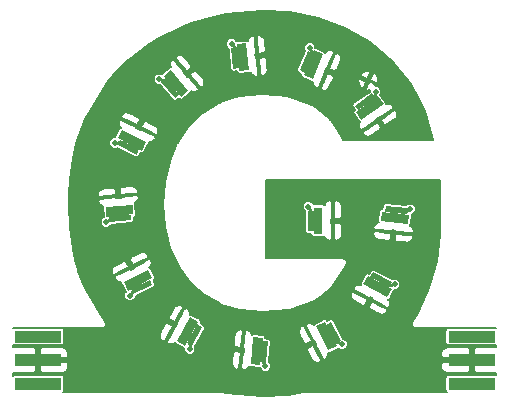
<source format=gtl>
G04 #@! TF.FileFunction,Copper,L1,Top,Signal*
%FSLAX46Y46*%
G04 Gerber Fmt 4.6, Leading zero omitted, Abs format (unit mm)*
G04 Created by KiCad (PCBNEW 4.0.0-rc2-stable) date 3/3/2016 3:44:06 PM*
%MOMM*%
G01*
G04 APERTURE LIST*
%ADD10C,0.150000*%
%ADD11R,0.500000X1.800000*%
%ADD12R,0.320000X2.300000*%
%ADD13R,0.800000X2.300000*%
%ADD14C,0.500000*%
%ADD15R,4.000000X1.000000*%
%ADD16C,0.600000*%
%ADD17C,0.254000*%
%ADD18C,0.152400*%
G04 APERTURE END LIST*
D10*
D11*
X72110120Y-36377056D03*
D12*
X74010120Y-36377056D03*
D13*
X72760120Y-36377056D03*
D14*
X71910120Y-35177056D03*
D10*
G36*
X78447541Y-35139679D02*
X80237777Y-35326909D01*
X80185769Y-35824197D01*
X78395533Y-35636967D01*
X78447541Y-35139679D01*
X78447541Y-35139679D01*
G37*
G36*
X77991905Y-37092881D02*
X80279429Y-37332119D01*
X80246143Y-37650383D01*
X77958619Y-37411145D01*
X77991905Y-37092881D01*
X77991905Y-37092881D01*
G37*
G36*
X78146889Y-35610963D02*
X80434413Y-35850201D01*
X80351199Y-36645861D01*
X78063675Y-36406623D01*
X78146889Y-35610963D01*
X78146889Y-35610963D01*
G37*
D14*
X80530949Y-35407843D03*
D10*
G36*
X77392801Y-40739216D02*
X78979954Y-41588302D01*
X78744097Y-42029178D01*
X77156944Y-41180092D01*
X77392801Y-40739216D01*
X77392801Y-40739216D01*
G37*
G36*
X76233652Y-42375972D02*
X78261680Y-43460915D01*
X78110732Y-43743076D01*
X76082704Y-42658133D01*
X76233652Y-42375972D01*
X76233652Y-42375972D01*
G37*
G36*
X76936507Y-41062163D02*
X78964535Y-42147106D01*
X78587163Y-42852507D01*
X76559135Y-41767564D01*
X76936507Y-41062163D01*
X76936507Y-41062163D01*
G37*
D14*
X79220894Y-41773904D03*
D10*
G36*
X73862821Y-44942951D02*
X74665569Y-46554036D01*
X74218045Y-46777021D01*
X73415297Y-45165936D01*
X73862821Y-44942951D01*
X73862821Y-44942951D01*
G37*
G36*
X71970184Y-45606671D02*
X72995917Y-47665280D01*
X72709502Y-47807991D01*
X71683769Y-45749382D01*
X71970184Y-45606671D01*
X71970184Y-45606671D01*
G37*
G36*
X73303805Y-44942174D02*
X74329537Y-47000783D01*
X73613499Y-47357560D01*
X72587767Y-45298951D01*
X73303805Y-44942174D01*
X73303805Y-44942174D01*
G37*
D14*
X74754607Y-46844849D03*
D10*
G36*
X68516541Y-46593996D02*
X68352880Y-48386541D01*
X67854951Y-48341080D01*
X68018612Y-46548535D01*
X68516541Y-46593996D01*
X68516541Y-46593996D01*
G37*
G36*
X66557514Y-46164097D02*
X66348393Y-48454570D01*
X66029718Y-48425475D01*
X66238839Y-46135002D01*
X66557514Y-46164097D01*
X66557514Y-46164097D01*
G37*
G36*
X68041342Y-46299571D02*
X67832221Y-48590045D01*
X67035534Y-48517307D01*
X67244655Y-46226833D01*
X68041342Y-46299571D01*
X68041342Y-46299571D01*
G37*
D14*
X68275811Y-48680752D03*
D10*
G36*
X62915995Y-45399740D02*
X62063230Y-46984919D01*
X61622903Y-46748040D01*
X62475668Y-45162861D01*
X62915995Y-45399740D01*
X62915995Y-45399740D01*
G37*
G36*
X61281932Y-44236796D02*
X60192287Y-46262302D01*
X59910478Y-46110700D01*
X61000123Y-44085194D01*
X61281932Y-44236796D01*
X61281932Y-44236796D01*
G37*
G36*
X62594108Y-44942697D02*
X61504464Y-46968203D01*
X60799940Y-46589197D01*
X61889584Y-44563691D01*
X62594108Y-44942697D01*
X62594108Y-44942697D01*
G37*
D14*
X61877070Y-47225427D03*
D10*
G36*
X58714499Y-41809371D02*
X57106884Y-42619045D01*
X56881975Y-42172485D01*
X58489590Y-41362811D01*
X58714499Y-41809371D01*
X58714499Y-41809371D01*
G37*
G36*
X58042640Y-39919607D02*
X55988465Y-40954191D01*
X55844522Y-40668393D01*
X57898697Y-39633809D01*
X58042640Y-39919607D01*
X58042640Y-39919607D01*
G37*
G36*
X58712870Y-41250356D02*
X56658695Y-42284940D01*
X56298840Y-41570444D01*
X58353015Y-40535860D01*
X58712870Y-41250356D01*
X58712870Y-41250356D01*
G37*
D14*
X56816458Y-42709335D03*
D10*
G36*
X56899843Y-36357031D02*
X55106481Y-36511475D01*
X55063581Y-36013319D01*
X56856943Y-35858875D01*
X56899843Y-36357031D01*
X56899843Y-36357031D01*
G37*
G36*
X56978175Y-34352920D02*
X54686657Y-34550264D01*
X54659201Y-34231444D01*
X56950719Y-34034100D01*
X56978175Y-34352920D01*
X56978175Y-34352920D01*
G37*
G36*
X57106020Y-35837425D02*
X54814502Y-36034769D01*
X54745860Y-35237719D01*
X57037378Y-35040375D01*
X57106020Y-35837425D01*
X57106020Y-35837425D01*
G37*
D14*
X54803297Y-36487400D03*
D10*
G36*
X57373567Y-30779144D02*
X55765269Y-29970827D01*
X55989801Y-29524078D01*
X57598099Y-30332395D01*
X57373567Y-30779144D01*
X57373567Y-30779144D01*
G37*
G36*
X58490581Y-29113347D02*
X56435533Y-28080498D01*
X56579233Y-27794579D01*
X58634281Y-28827428D01*
X58490581Y-29113347D01*
X58490581Y-29113347D01*
G37*
G36*
X57821474Y-30444661D02*
X55766426Y-29411812D01*
X56125678Y-28697013D01*
X58180726Y-29729862D01*
X57821474Y-30444661D01*
X57821474Y-30444661D01*
G37*
D14*
X55519672Y-29791433D03*
D10*
G36*
X60612740Y-26018087D02*
X59440225Y-24652360D01*
X59819594Y-24326661D01*
X60992109Y-25692388D01*
X60612740Y-26018087D01*
X60612740Y-26018087D01*
G37*
G36*
X62285476Y-24911491D02*
X60787262Y-23166396D01*
X61030058Y-22957949D01*
X62528272Y-24703044D01*
X62285476Y-24911491D01*
X62285476Y-24911491D01*
G37*
G36*
X61154958Y-25882072D02*
X59656745Y-24136977D01*
X60263734Y-23615860D01*
X61761947Y-25360955D01*
X61154958Y-25882072D01*
X61154958Y-25882072D01*
G37*
D14*
X59282743Y-24392169D03*
D10*
G36*
X65552016Y-23514909D02*
X65384443Y-21722727D01*
X65882272Y-21676179D01*
X66049845Y-23468361D01*
X65552016Y-23514909D01*
X65552016Y-23514909D01*
G37*
G36*
X67556648Y-23578562D02*
X67342526Y-21288551D01*
X67661136Y-21258760D01*
X67875258Y-23548771D01*
X67556648Y-23578562D01*
X67556648Y-23578562D01*
G37*
G36*
X66073119Y-23717275D02*
X65858997Y-21427264D01*
X66655523Y-21352787D01*
X66869645Y-23642798D01*
X66073119Y-23717275D01*
X66073119Y-23717275D01*
G37*
D14*
X65406297Y-21419374D03*
D10*
G36*
X71172268Y-23653356D02*
X71874026Y-21995787D01*
X72334462Y-22190720D01*
X71632704Y-23848289D01*
X71172268Y-23653356D01*
X71172268Y-23653356D01*
G37*
G36*
X72907337Y-24659406D02*
X73804028Y-22541401D01*
X74098707Y-22666158D01*
X73202016Y-24784163D01*
X72907337Y-24659406D01*
X72907337Y-24659406D01*
G37*
G36*
X71535238Y-24078507D02*
X72431929Y-21960502D01*
X73168626Y-22272395D01*
X72271935Y-24390400D01*
X71535238Y-24078507D01*
X71535238Y-24078507D01*
G37*
D14*
X72037030Y-21739019D03*
D10*
G36*
X75861873Y-26621138D02*
X77337803Y-25590783D01*
X77624013Y-26000764D01*
X76148083Y-27031119D01*
X75861873Y-26621138D01*
X75861873Y-26621138D01*
G37*
G36*
X76795997Y-28395965D02*
X78681907Y-27079401D01*
X78865081Y-27341789D01*
X76979171Y-28658353D01*
X76795997Y-28395965D01*
X76795997Y-28395965D01*
G37*
G36*
X75943092Y-27174224D02*
X77829003Y-25857660D01*
X78286938Y-26513628D01*
X76401027Y-27830192D01*
X75943092Y-27174224D01*
X75943092Y-27174224D01*
G37*
D14*
X77612412Y-25460056D03*
D15*
X85757630Y-50192207D03*
X85757630Y-48192207D03*
X85757630Y-46192207D03*
D16*
X84757630Y-50192207D03*
X84757630Y-48192207D03*
X84757630Y-46192207D03*
D15*
X49020840Y-46192207D03*
X49020840Y-48192207D03*
X49020840Y-50192207D03*
D16*
X50020840Y-46192207D03*
X50020840Y-48192207D03*
X50020840Y-50192207D03*
D14*
X76974749Y-24528208D03*
D17*
X72110000Y-36380000D02*
X72760000Y-36380000D01*
X72110000Y-36380000D02*
X72760000Y-36380000D01*
X72110000Y-36380000D02*
X72760000Y-36380000D01*
X72110000Y-36380000D02*
X72760000Y-36380000D01*
X72110000Y-36380000D02*
X72760000Y-36380000D01*
X72110000Y-36380000D02*
X72760000Y-36380000D01*
X72110000Y-36380000D02*
X72760000Y-36380000D01*
X72110000Y-36380000D02*
X72760000Y-36380000D01*
X72110000Y-36380000D02*
X72760000Y-36380000D01*
X72760000Y-36380000D02*
X71910000Y-35180000D01*
X72760000Y-36380000D02*
X71910000Y-35180000D01*
X72760000Y-36380000D02*
X71910000Y-35180000D01*
X72760000Y-36380000D02*
X71910000Y-35180000D01*
X72760000Y-36380000D02*
X71910000Y-35180000D01*
X72760000Y-36380000D02*
X71910000Y-35180000D01*
X72760000Y-36380000D02*
X71910000Y-35180000D01*
X72760000Y-36380000D02*
X71910000Y-35180000D01*
X72760000Y-36380000D02*
X71910000Y-35180000D01*
X79320000Y-35480000D02*
X79250000Y-36130000D01*
X79320000Y-35480000D02*
X79250000Y-36130000D01*
X79320000Y-35480000D02*
X79250000Y-36130000D01*
X79320000Y-35480000D02*
X79250000Y-36130000D01*
X79320000Y-35480000D02*
X79250000Y-36130000D01*
X79320000Y-35480000D02*
X79250000Y-36130000D01*
X79320000Y-35480000D02*
X79250000Y-36130000D01*
X79320000Y-35480000D02*
X79250000Y-36130000D01*
X79320000Y-35480000D02*
X79250000Y-36130000D01*
X79250000Y-36130000D02*
X80530000Y-35410000D01*
X79250000Y-36130000D02*
X80530000Y-35410000D01*
X79250000Y-36130000D02*
X80530000Y-35410000D01*
X79250000Y-36130000D02*
X80530000Y-35410000D01*
X79250000Y-36130000D02*
X80530000Y-35410000D01*
X79250000Y-36130000D02*
X80530000Y-35410000D01*
X79250000Y-36130000D02*
X80530000Y-35410000D01*
X79250000Y-36130000D02*
X80530000Y-35410000D01*
X79250000Y-36130000D02*
X80530000Y-35410000D01*
X78070000Y-41380000D02*
X77760000Y-41960000D01*
X78070000Y-41380000D02*
X77760000Y-41960000D01*
X78070000Y-41380000D02*
X77760000Y-41960000D01*
X78070000Y-41380000D02*
X77760000Y-41960000D01*
X78070000Y-41380000D02*
X77760000Y-41960000D01*
X78070000Y-41380000D02*
X77760000Y-41960000D01*
X78070000Y-41380000D02*
X77760000Y-41960000D01*
X78070000Y-41380000D02*
X77760000Y-41960000D01*
X78070000Y-41380000D02*
X77760000Y-41960000D01*
X77760000Y-41960000D02*
X79220000Y-41770000D01*
X77760000Y-41960000D02*
X79220000Y-41770000D01*
X77760000Y-41960000D02*
X79220000Y-41770000D01*
X77760000Y-41960000D02*
X79220000Y-41770000D01*
X77760000Y-41960000D02*
X79220000Y-41770000D01*
X77760000Y-41960000D02*
X79220000Y-41770000D01*
X77760000Y-41960000D02*
X79220000Y-41770000D01*
X77760000Y-41960000D02*
X79220000Y-41770000D01*
X77760000Y-41960000D02*
X79220000Y-41770000D01*
X74040000Y-45860000D02*
X73460000Y-46150000D01*
X74040000Y-45860000D02*
X73460000Y-46150000D01*
X74040000Y-45860000D02*
X73460000Y-46150000D01*
X74040000Y-45860000D02*
X73460000Y-46150000D01*
X74040000Y-45860000D02*
X73460000Y-46150000D01*
X74040000Y-45860000D02*
X73460000Y-46150000D01*
X74040000Y-45860000D02*
X73460000Y-46150000D01*
X74040000Y-45860000D02*
X73460000Y-46150000D01*
X74040000Y-45860000D02*
X73460000Y-46150000D01*
X73460000Y-46150000D02*
X74750000Y-46840000D01*
X73460000Y-46150000D02*
X74750000Y-46840000D01*
X73460000Y-46150000D02*
X74750000Y-46840000D01*
X73460000Y-46150000D02*
X74750000Y-46840000D01*
X73460000Y-46150000D02*
X74750000Y-46840000D01*
X73460000Y-46150000D02*
X74750000Y-46840000D01*
X73460000Y-46150000D02*
X74750000Y-46840000D01*
X73460000Y-46150000D02*
X74750000Y-46840000D01*
X73460000Y-46150000D02*
X74750000Y-46840000D01*
X68190000Y-47470000D02*
X67540000Y-47410000D01*
X68190000Y-47470000D02*
X67540000Y-47410000D01*
X68190000Y-47470000D02*
X67540000Y-47410000D01*
X68190000Y-47470000D02*
X67540000Y-47410000D01*
X68190000Y-47470000D02*
X67540000Y-47410000D01*
X68190000Y-47470000D02*
X67540000Y-47410000D01*
X68190000Y-47470000D02*
X67540000Y-47410000D01*
X68190000Y-47470000D02*
X67540000Y-47410000D01*
X68190000Y-47470000D02*
X67540000Y-47410000D01*
X67540000Y-47410000D02*
X68280000Y-48680000D01*
X67540000Y-47410000D02*
X68280000Y-48680000D01*
X67540000Y-47410000D02*
X68280000Y-48680000D01*
X67540000Y-47410000D02*
X68280000Y-48680000D01*
X67540000Y-47410000D02*
X68280000Y-48680000D01*
X67540000Y-47410000D02*
X68280000Y-48680000D01*
X67540000Y-47410000D02*
X68280000Y-48680000D01*
X67540000Y-47410000D02*
X68280000Y-48680000D01*
X67540000Y-47410000D02*
X68280000Y-48680000D01*
X62270000Y-46070000D02*
X61700000Y-45770000D01*
X62270000Y-46070000D02*
X61700000Y-45770000D01*
X62270000Y-46070000D02*
X61700000Y-45770000D01*
X62270000Y-46070000D02*
X61700000Y-45770000D01*
X62270000Y-46070000D02*
X61700000Y-45770000D01*
X62270000Y-46070000D02*
X61700000Y-45770000D01*
X62270000Y-46070000D02*
X61700000Y-45770000D01*
X62270000Y-46070000D02*
X61700000Y-45770000D01*
X62270000Y-46070000D02*
X61700000Y-45770000D01*
X61700000Y-45770000D02*
X61880000Y-47230000D01*
X61700000Y-45770000D02*
X61880000Y-47230000D01*
X61700000Y-45770000D02*
X61880000Y-47230000D01*
X61700000Y-45770000D02*
X61880000Y-47230000D01*
X61700000Y-45770000D02*
X61880000Y-47230000D01*
X61700000Y-45770000D02*
X61880000Y-47230000D01*
X61700000Y-45770000D02*
X61880000Y-47230000D01*
X61700000Y-45770000D02*
X61880000Y-47230000D01*
X61700000Y-45770000D02*
X61880000Y-47230000D01*
X57800000Y-41990000D02*
X57510000Y-41410000D01*
X57800000Y-41990000D02*
X57510000Y-41410000D01*
X57800000Y-41990000D02*
X57510000Y-41410000D01*
X57800000Y-41990000D02*
X57510000Y-41410000D01*
X57800000Y-41990000D02*
X57510000Y-41410000D01*
X57800000Y-41990000D02*
X57510000Y-41410000D01*
X57800000Y-41990000D02*
X57510000Y-41410000D01*
X57800000Y-41990000D02*
X57510000Y-41410000D01*
X57800000Y-41990000D02*
X57510000Y-41410000D01*
X57510000Y-41410000D02*
X56820000Y-42710000D01*
X57510000Y-41410000D02*
X56820000Y-42710000D01*
X57510000Y-41410000D02*
X56820000Y-42710000D01*
X57510000Y-41410000D02*
X56820000Y-42710000D01*
X57510000Y-41410000D02*
X56820000Y-42710000D01*
X57510000Y-41410000D02*
X56820000Y-42710000D01*
X57510000Y-41410000D02*
X56820000Y-42710000D01*
X57510000Y-41410000D02*
X56820000Y-42710000D01*
X57510000Y-41410000D02*
X56820000Y-42710000D01*
X55980000Y-36190000D02*
X55930000Y-35540000D01*
X55980000Y-36190000D02*
X55930000Y-35540000D01*
X55980000Y-36190000D02*
X55930000Y-35540000D01*
X55980000Y-36190000D02*
X55930000Y-35540000D01*
X55980000Y-36190000D02*
X55930000Y-35540000D01*
X55980000Y-36190000D02*
X55930000Y-35540000D01*
X55980000Y-36190000D02*
X55930000Y-35540000D01*
X55980000Y-36190000D02*
X55930000Y-35540000D01*
X55980000Y-36190000D02*
X55930000Y-35540000D01*
X55930000Y-35540000D02*
X54800000Y-36490000D01*
X55930000Y-35540000D02*
X54800000Y-36490000D01*
X55930000Y-35540000D02*
X54800000Y-36490000D01*
X55930000Y-35540000D02*
X54800000Y-36490000D01*
X55930000Y-35540000D02*
X54800000Y-36490000D01*
X55930000Y-35540000D02*
X54800000Y-36490000D01*
X55930000Y-35540000D02*
X54800000Y-36490000D01*
X55930000Y-35540000D02*
X54800000Y-36490000D01*
X55930000Y-35540000D02*
X54800000Y-36490000D01*
X56680000Y-30150000D02*
X56970000Y-29570000D01*
X56680000Y-30150000D02*
X56970000Y-29570000D01*
X56680000Y-30150000D02*
X56970000Y-29570000D01*
X56680000Y-30150000D02*
X56970000Y-29570000D01*
X56680000Y-30150000D02*
X56970000Y-29570000D01*
X56680000Y-30150000D02*
X56970000Y-29570000D01*
X56680000Y-30150000D02*
X56970000Y-29570000D01*
X56680000Y-30150000D02*
X56970000Y-29570000D01*
X56680000Y-30150000D02*
X56970000Y-29570000D01*
X56970000Y-29570000D02*
X55520000Y-29790000D01*
X56970000Y-29570000D02*
X55520000Y-29790000D01*
X56970000Y-29570000D02*
X55520000Y-29790000D01*
X56970000Y-29570000D02*
X55520000Y-29790000D01*
X56970000Y-29570000D02*
X55520000Y-29790000D01*
X56970000Y-29570000D02*
X55520000Y-29790000D01*
X56970000Y-29570000D02*
X55520000Y-29790000D01*
X56970000Y-29570000D02*
X55520000Y-29790000D01*
X56970000Y-29570000D02*
X55520000Y-29790000D01*
X60220000Y-25170000D02*
X60710000Y-24750000D01*
X60220000Y-25170000D02*
X60710000Y-24750000D01*
X60220000Y-25170000D02*
X60710000Y-24750000D01*
X60220000Y-25170000D02*
X60710000Y-24750000D01*
X60220000Y-25170000D02*
X60710000Y-24750000D01*
X60220000Y-25170000D02*
X60710000Y-24750000D01*
X60220000Y-25170000D02*
X60710000Y-24750000D01*
X60220000Y-25170000D02*
X60710000Y-24750000D01*
X60220000Y-25170000D02*
X60710000Y-24750000D01*
X60710000Y-24750000D02*
X59280000Y-24390000D01*
X60710000Y-24750000D02*
X59280000Y-24390000D01*
X60710000Y-24750000D02*
X59280000Y-24390000D01*
X60710000Y-24750000D02*
X59280000Y-24390000D01*
X60710000Y-24750000D02*
X59280000Y-24390000D01*
X60710000Y-24750000D02*
X59280000Y-24390000D01*
X60710000Y-24750000D02*
X59280000Y-24390000D01*
X60710000Y-24750000D02*
X59280000Y-24390000D01*
X60710000Y-24750000D02*
X59280000Y-24390000D01*
X65720000Y-22600000D02*
X66360000Y-22540000D01*
X65720000Y-22600000D02*
X66360000Y-22540000D01*
X65720000Y-22600000D02*
X66360000Y-22540000D01*
X65720000Y-22600000D02*
X66360000Y-22540000D01*
X65720000Y-22600000D02*
X66360000Y-22540000D01*
X65720000Y-22600000D02*
X66360000Y-22540000D01*
X65720000Y-22600000D02*
X66360000Y-22540000D01*
X65720000Y-22600000D02*
X66360000Y-22540000D01*
X65720000Y-22600000D02*
X66360000Y-22540000D01*
X66360000Y-22540000D02*
X65410000Y-21420000D01*
X66360000Y-22540000D02*
X65410000Y-21420000D01*
X66360000Y-22540000D02*
X65410000Y-21420000D01*
X66360000Y-22540000D02*
X65410000Y-21420000D01*
X66360000Y-22540000D02*
X65410000Y-21420000D01*
X66360000Y-22540000D02*
X65410000Y-21420000D01*
X66360000Y-22540000D02*
X65410000Y-21420000D01*
X66360000Y-22540000D02*
X65410000Y-21420000D01*
X66360000Y-22540000D02*
X65410000Y-21420000D01*
X71750000Y-22920000D02*
X72350000Y-23180000D01*
X71750000Y-22920000D02*
X72350000Y-23180000D01*
X71750000Y-22920000D02*
X72350000Y-23180000D01*
X71750000Y-22920000D02*
X72350000Y-23180000D01*
X71750000Y-22920000D02*
X72350000Y-23180000D01*
X71750000Y-22920000D02*
X72350000Y-23180000D01*
X71750000Y-22920000D02*
X72350000Y-23180000D01*
X71750000Y-22920000D02*
X72350000Y-23180000D01*
X71750000Y-22920000D02*
X72350000Y-23180000D01*
X72350000Y-23180000D02*
X72040000Y-21740000D01*
X72350000Y-23180000D02*
X72040000Y-21740000D01*
X72350000Y-23180000D02*
X72040000Y-21740000D01*
X72350000Y-23180000D02*
X72040000Y-21740000D01*
X72350000Y-23180000D02*
X72040000Y-21740000D01*
X72350000Y-23180000D02*
X72040000Y-21740000D01*
X72350000Y-23180000D02*
X72040000Y-21740000D01*
X72350000Y-23180000D02*
X72040000Y-21740000D01*
X72350000Y-23180000D02*
X72040000Y-21740000D01*
X76740000Y-26310000D02*
X77120000Y-26840000D01*
X76740000Y-26310000D02*
X77120000Y-26840000D01*
X76740000Y-26310000D02*
X77120000Y-26840000D01*
X76740000Y-26310000D02*
X77120000Y-26840000D01*
X76740000Y-26310000D02*
X77120000Y-26840000D01*
X76740000Y-26310000D02*
X77120000Y-26840000D01*
X76740000Y-26310000D02*
X77120000Y-26840000D01*
X76740000Y-26310000D02*
X77120000Y-26840000D01*
X76740000Y-26310000D02*
X77120000Y-26840000D01*
X77120000Y-26840000D02*
X77610000Y-25460000D01*
X77120000Y-26840000D02*
X77610000Y-25460000D01*
X77120000Y-26840000D02*
X77610000Y-25460000D01*
X77120000Y-26840000D02*
X77610000Y-25460000D01*
X77120000Y-26840000D02*
X77610000Y-25460000D01*
X77120000Y-26840000D02*
X77610000Y-25460000D01*
X77120000Y-26840000D02*
X77610000Y-25460000D01*
X77120000Y-26840000D02*
X77610000Y-25460000D01*
X77120000Y-26840000D02*
X77610000Y-25460000D01*
D18*
G36*
X70371969Y-18746705D02*
X72752958Y-19248483D01*
X75032469Y-20083649D01*
X77120507Y-21269811D01*
X78981028Y-22826774D01*
X80566778Y-24764911D01*
X81800503Y-27095280D01*
X82508481Y-29521400D01*
X74880733Y-29521400D01*
X74570598Y-29046919D01*
X76537958Y-29046919D01*
X76566667Y-29088044D01*
X76762503Y-29213194D01*
X76991324Y-29253874D01*
X77218295Y-29203892D01*
X77408862Y-29070856D01*
X77990989Y-28664470D01*
X78027142Y-28461113D01*
X77730543Y-28036250D01*
X76574111Y-28843561D01*
X76537958Y-29046919D01*
X74570598Y-29046919D01*
X73793203Y-27857571D01*
X73763333Y-27827090D01*
X73736180Y-27794180D01*
X72266180Y-26594179D01*
X72234166Y-26577174D01*
X75632979Y-26577174D01*
X75633908Y-26669690D01*
X75670758Y-26754556D01*
X75823550Y-26973422D01*
X75809674Y-26983109D01*
X75749336Y-27044671D01*
X75714198Y-27130260D01*
X75715127Y-27222777D01*
X75751977Y-27307642D01*
X76209912Y-27963610D01*
X76271474Y-28023948D01*
X76326102Y-28046375D01*
X76241157Y-28179297D01*
X76200475Y-28408118D01*
X76250457Y-28635089D01*
X76279167Y-28676214D01*
X76482524Y-28712368D01*
X77638956Y-27905056D01*
X77593162Y-27839459D01*
X77602846Y-27832698D01*
X78022122Y-27832698D01*
X78318721Y-28257561D01*
X78522078Y-28293714D01*
X79104205Y-27887328D01*
X79294771Y-27754293D01*
X79419921Y-27558457D01*
X79460603Y-27329636D01*
X79410621Y-27102665D01*
X79381911Y-27061540D01*
X79178554Y-27025386D01*
X78022122Y-27832698D01*
X77602846Y-27832698D01*
X77884741Y-27635907D01*
X77930535Y-27701504D01*
X79086967Y-26894193D01*
X79123120Y-26690835D01*
X79094411Y-26649710D01*
X78898575Y-26524560D01*
X78669754Y-26483880D01*
X78515433Y-26517863D01*
X78514903Y-26465075D01*
X78478053Y-26380210D01*
X78020628Y-25724973D01*
X78090928Y-25555673D01*
X78091095Y-25365274D01*
X78018386Y-25189305D01*
X77883871Y-25054556D01*
X77708029Y-24981540D01*
X77679506Y-24981515D01*
X77240340Y-24542349D01*
X77075306Y-24707383D01*
X77040325Y-24692372D01*
X77002745Y-24779944D01*
X76988890Y-24793799D01*
X76994425Y-24799334D01*
X76816208Y-25214630D01*
X76889173Y-25374436D01*
X77139718Y-25350419D01*
X77133896Y-25364439D01*
X77133822Y-25448928D01*
X75728455Y-26430023D01*
X75668117Y-26491585D01*
X75632979Y-26577174D01*
X72234166Y-26577174D01*
X72225671Y-26572662D01*
X72186577Y-26548675D01*
X70346577Y-25868675D01*
X70311127Y-25863039D01*
X70276758Y-25852688D01*
X67996758Y-25632688D01*
X67970560Y-25635321D01*
X67944369Y-25632581D01*
X66104369Y-25802582D01*
X66073670Y-25811692D01*
X66041899Y-25815697D01*
X64421899Y-26355697D01*
X64393997Y-26371602D01*
X64363890Y-26382787D01*
X62983891Y-27232787D01*
X62961853Y-27253252D01*
X62936549Y-27269514D01*
X61796549Y-28369514D01*
X61779955Y-28393413D01*
X61759264Y-28413863D01*
X60859264Y-29743863D01*
X60848659Y-29769047D01*
X60833327Y-29791664D01*
X60183327Y-31331664D01*
X60178575Y-31354744D01*
X60168806Y-31376190D01*
X59768806Y-33076190D01*
X59768032Y-33098453D01*
X59762124Y-33119931D01*
X59632124Y-34919931D01*
X59634636Y-34940042D01*
X59632130Y-34960156D01*
X59772130Y-36890156D01*
X59778494Y-36913264D01*
X59779627Y-36937203D01*
X60209626Y-38667202D01*
X60220968Y-38691296D01*
X60227239Y-38717174D01*
X60927239Y-40227174D01*
X60942942Y-40248691D01*
X60954006Y-40272926D01*
X61884006Y-41562926D01*
X61905562Y-41583000D01*
X61923131Y-41606634D01*
X63073131Y-42646634D01*
X63099851Y-42662610D01*
X63123497Y-42682868D01*
X64493498Y-43452868D01*
X64523056Y-43462522D01*
X64550565Y-43477036D01*
X66130565Y-43947036D01*
X66158952Y-43949677D01*
X66186341Y-43957594D01*
X67946341Y-44107594D01*
X67970287Y-44104917D01*
X67994240Y-44107544D01*
X70284240Y-43907544D01*
X70315860Y-43898333D01*
X70348522Y-43894162D01*
X71015021Y-43670814D01*
X77046811Y-43670814D01*
X77106697Y-43868488D01*
X77732692Y-44203379D01*
X77937619Y-44313010D01*
X78168901Y-44335874D01*
X78391328Y-44268489D01*
X78571035Y-44121115D01*
X78594694Y-44076891D01*
X78534808Y-43879217D01*
X77291230Y-43213935D01*
X77046811Y-43670814D01*
X71015021Y-43670814D01*
X72228523Y-43264162D01*
X72258738Y-43246875D01*
X72291104Y-43234063D01*
X73081104Y-42724063D01*
X73089113Y-42716303D01*
X75489905Y-42716303D01*
X75557291Y-42938729D01*
X75704665Y-43118437D01*
X75909592Y-43228067D01*
X76535587Y-43562959D01*
X76733261Y-43503073D01*
X76977679Y-43046193D01*
X75734101Y-42380911D01*
X75536428Y-42440797D01*
X75512769Y-42485021D01*
X75489905Y-42716303D01*
X73089113Y-42716303D01*
X73099584Y-42706158D01*
X73121375Y-42692469D01*
X73809386Y-42042157D01*
X75749690Y-42042157D01*
X75809576Y-42239831D01*
X77053154Y-42905113D01*
X77090891Y-42834573D01*
X77404442Y-43002315D01*
X77366705Y-43072855D01*
X78610283Y-43738137D01*
X78807956Y-43678251D01*
X78831615Y-43634027D01*
X78854479Y-43402745D01*
X78787093Y-43180319D01*
X78686891Y-43058133D01*
X78733713Y-43033749D01*
X78792680Y-42962453D01*
X79170052Y-42257052D01*
X79171499Y-42252461D01*
X79315676Y-42252587D01*
X79491645Y-42179878D01*
X79626394Y-42045363D01*
X79699410Y-41869521D01*
X79699577Y-41679122D01*
X79626868Y-41503153D01*
X79492353Y-41368404D01*
X79316511Y-41295388D01*
X79126112Y-41295221D01*
X79013330Y-41341822D01*
X77502747Y-40533699D01*
X77420531Y-40507793D01*
X77328310Y-40515238D01*
X77246251Y-40557974D01*
X77187284Y-40629270D01*
X77061374Y-40864628D01*
X77046453Y-40856646D01*
X76964238Y-40830741D01*
X76872017Y-40838185D01*
X76789957Y-40880921D01*
X76730990Y-40952217D01*
X76353618Y-41657618D01*
X76327713Y-41739833D01*
X76332464Y-41798693D01*
X76175483Y-41783174D01*
X75953056Y-41850559D01*
X75773349Y-41997933D01*
X75749690Y-42042157D01*
X73809386Y-42042157D01*
X73851375Y-42002469D01*
X73871014Y-41974798D01*
X73894548Y-41950351D01*
X75144548Y-40000351D01*
X75153607Y-39977248D01*
X75167393Y-39956616D01*
X75173257Y-39927134D01*
X75184231Y-39899148D01*
X75183759Y-39874337D01*
X75188600Y-39850000D01*
X75182736Y-39820517D01*
X75182164Y-39790464D01*
X75172234Y-39767724D01*
X75167393Y-39743384D01*
X75150693Y-39718390D01*
X75138664Y-39690843D01*
X75120786Y-39673632D01*
X75107000Y-39653000D01*
X75082007Y-39636300D01*
X75060351Y-39615452D01*
X75037248Y-39606393D01*
X75016616Y-39592607D01*
X74987136Y-39586743D01*
X74959149Y-39575769D01*
X74934337Y-39576241D01*
X74910000Y-39571400D01*
X68288600Y-39571400D01*
X68288600Y-35271838D01*
X71431437Y-35271838D01*
X71504146Y-35447807D01*
X71627042Y-35570917D01*
X71627042Y-37277056D01*
X71642982Y-37361770D01*
X71693048Y-37439574D01*
X71769440Y-37491771D01*
X71860120Y-37510134D01*
X72127042Y-37510134D01*
X72127042Y-37527056D01*
X72142982Y-37611770D01*
X72193048Y-37689574D01*
X72269440Y-37741771D01*
X72360120Y-37760134D01*
X73160120Y-37760134D01*
X73244834Y-37744194D01*
X73294492Y-37712239D01*
X73354859Y-37857978D01*
X73519197Y-38022317D01*
X73733915Y-38111256D01*
X73784070Y-38111256D01*
X73930120Y-37965206D01*
X73930120Y-36554856D01*
X74090120Y-36554856D01*
X74090120Y-37965206D01*
X74236170Y-38111256D01*
X74286325Y-38111256D01*
X74501043Y-38022317D01*
X74665381Y-37857978D01*
X74754320Y-37643260D01*
X74754320Y-37465953D01*
X77365501Y-37465953D01*
X77431624Y-37688758D01*
X77577977Y-37869298D01*
X77782279Y-37980089D01*
X78013428Y-38004263D01*
X78719522Y-38078109D01*
X78834341Y-37985032D01*
X79233642Y-37985032D01*
X79363708Y-38145481D01*
X80069802Y-38219327D01*
X80300951Y-38243501D01*
X80523755Y-38177379D01*
X80704296Y-38031026D01*
X80815087Y-37826724D01*
X80820304Y-37776841D01*
X80690238Y-37616392D01*
X79287538Y-37469692D01*
X79233642Y-37985032D01*
X78834341Y-37985032D01*
X78879971Y-37948043D01*
X78933867Y-37432704D01*
X77531167Y-37286004D01*
X77370718Y-37416070D01*
X77365501Y-37465953D01*
X74754320Y-37465953D01*
X74754320Y-36966423D01*
X77417744Y-36966423D01*
X77547810Y-37126872D01*
X78950510Y-37273572D01*
X78958831Y-37194006D01*
X79312502Y-37230994D01*
X79304181Y-37310560D01*
X80706881Y-37457260D01*
X80867330Y-37327194D01*
X80872547Y-37277311D01*
X80806424Y-37054506D01*
X80660071Y-36873966D01*
X80521162Y-36798637D01*
X80555317Y-36758384D01*
X80583013Y-36670105D01*
X80666227Y-35874445D01*
X80665858Y-35869946D01*
X80801700Y-35813817D01*
X80936449Y-35679302D01*
X81009465Y-35503460D01*
X81009632Y-35313061D01*
X80936923Y-35137092D01*
X80802408Y-35002343D01*
X80626566Y-34929327D01*
X80436167Y-34929160D01*
X80260198Y-35001869D01*
X80175839Y-35086082D01*
X78471785Y-34907865D01*
X78385872Y-34914907D01*
X78303282Y-34956609D01*
X78243423Y-35027157D01*
X78215727Y-35115435D01*
X78187963Y-35380909D01*
X78171133Y-35379149D01*
X78085221Y-35386191D01*
X78002631Y-35427892D01*
X77942771Y-35498440D01*
X77915075Y-35586719D01*
X77831861Y-36382379D01*
X77838903Y-36468291D01*
X77865520Y-36521005D01*
X77714293Y-36565885D01*
X77533752Y-36712238D01*
X77422961Y-36916540D01*
X77417744Y-36966423D01*
X74754320Y-36966423D01*
X74754320Y-36700906D01*
X74608270Y-36554856D01*
X74090120Y-36554856D01*
X73930120Y-36554856D01*
X73850120Y-36554856D01*
X73850120Y-36199256D01*
X73930120Y-36199256D01*
X73930120Y-34788906D01*
X74090120Y-34788906D01*
X74090120Y-36199256D01*
X74608270Y-36199256D01*
X74754320Y-36053206D01*
X74754320Y-35110852D01*
X74665381Y-34896134D01*
X74501043Y-34731795D01*
X74286325Y-34642856D01*
X74236170Y-34642856D01*
X74090120Y-34788906D01*
X73930120Y-34788906D01*
X73784070Y-34642856D01*
X73733915Y-34642856D01*
X73519197Y-34731795D01*
X73354859Y-34896134D01*
X73294388Y-35042124D01*
X73250800Y-35012341D01*
X73160120Y-34993978D01*
X72360120Y-34993978D01*
X72352882Y-34995340D01*
X72316094Y-34906305D01*
X72181579Y-34771556D01*
X72005737Y-34698540D01*
X71815338Y-34698373D01*
X71639369Y-34771082D01*
X71504620Y-34905597D01*
X71431604Y-35081439D01*
X71431437Y-35271838D01*
X68288600Y-35271838D01*
X68288600Y-32948600D01*
X83072553Y-32948600D01*
X83091328Y-37473307D01*
X82806118Y-39764823D01*
X82157168Y-42075476D01*
X81136149Y-44382589D01*
X80711592Y-44990477D01*
X80699431Y-45018205D01*
X80682607Y-45043384D01*
X80677809Y-45067505D01*
X80667931Y-45090028D01*
X80667307Y-45120303D01*
X80661400Y-45150000D01*
X80666198Y-45174120D01*
X80665691Y-45198709D01*
X80676700Y-45226918D01*
X80682607Y-45256616D01*
X80696269Y-45277063D01*
X80705211Y-45299975D01*
X80726178Y-45321824D01*
X80743000Y-45347000D01*
X80763449Y-45360664D01*
X80780477Y-45378408D01*
X80808205Y-45390569D01*
X80833384Y-45407393D01*
X80857505Y-45412191D01*
X80880028Y-45422069D01*
X80910303Y-45422693D01*
X80940000Y-45428600D01*
X87791400Y-45428600D01*
X87791400Y-45465968D01*
X87757630Y-45459129D01*
X83757630Y-45459129D01*
X83672916Y-45475069D01*
X83595112Y-45525135D01*
X83542915Y-45601527D01*
X83524552Y-45692207D01*
X83524552Y-46692207D01*
X83540492Y-46776921D01*
X83590558Y-46854725D01*
X83666950Y-46906922D01*
X83757630Y-46925285D01*
X87757630Y-46925285D01*
X87791400Y-46918931D01*
X87791400Y-47108007D01*
X86081480Y-47108007D01*
X85935430Y-47254057D01*
X85935430Y-48014407D01*
X85955430Y-48014407D01*
X85955430Y-48370007D01*
X85935430Y-48370007D01*
X85935430Y-49130357D01*
X86081480Y-49276407D01*
X87791400Y-49276407D01*
X87791400Y-49465968D01*
X87757630Y-49459129D01*
X83757630Y-49459129D01*
X83672916Y-49475069D01*
X83595112Y-49525135D01*
X83542915Y-49601527D01*
X83524552Y-49692207D01*
X83524552Y-50692207D01*
X83540492Y-50776921D01*
X83590558Y-50854725D01*
X83614962Y-50871400D01*
X71610000Y-50871400D01*
X71586077Y-50876158D01*
X71561694Y-50875620D01*
X70157601Y-51122820D01*
X67973746Y-51250703D01*
X64979747Y-50994637D01*
X64574887Y-50881654D01*
X64537138Y-50878787D01*
X64500000Y-50871400D01*
X51164522Y-50871400D01*
X51183358Y-50859279D01*
X51235555Y-50782887D01*
X51253918Y-50692207D01*
X51253918Y-49692207D01*
X51237978Y-49607493D01*
X51187912Y-49529689D01*
X51111520Y-49477492D01*
X51020840Y-49459129D01*
X47020840Y-49459129D01*
X46936126Y-49475069D01*
X46908600Y-49492782D01*
X46908600Y-49276407D01*
X48696990Y-49276407D01*
X48843040Y-49130357D01*
X48843040Y-48370007D01*
X48823040Y-48370007D01*
X48823040Y-48130540D01*
X49121428Y-48130540D01*
X49166293Y-48479424D01*
X49198640Y-48557517D01*
X49198640Y-49130357D01*
X49344690Y-49276407D01*
X51137044Y-49276407D01*
X51351762Y-49187468D01*
X51516101Y-49023130D01*
X51605040Y-48808412D01*
X51605040Y-48516057D01*
X51577064Y-48488081D01*
X65437372Y-48488081D01*
X65506420Y-48709996D01*
X65655135Y-48888596D01*
X65860878Y-48996690D01*
X65910825Y-49001250D01*
X66052077Y-48883632D01*
X66228886Y-48883632D01*
X66361052Y-49042356D01*
X66410999Y-49046916D01*
X66632915Y-48977868D01*
X66811514Y-48829152D01*
X66885007Y-48689266D01*
X66925707Y-48722888D01*
X67014342Y-48749420D01*
X67811029Y-48822158D01*
X67816190Y-48821667D01*
X67869837Y-48951503D01*
X68004352Y-49086252D01*
X68180194Y-49159268D01*
X68370593Y-49159435D01*
X68546562Y-49086726D01*
X68681311Y-48952211D01*
X68754327Y-48776369D01*
X68754494Y-48585970D01*
X68681785Y-48410001D01*
X68592914Y-48320975D01*
X68683474Y-47329084D01*
X71818176Y-47329084D01*
X72134791Y-47964518D01*
X72238439Y-48172535D01*
X72413801Y-48325054D01*
X72634182Y-48398855D01*
X72866029Y-48382702D01*
X72910920Y-48360334D01*
X72976508Y-48164478D01*
X72347533Y-46902148D01*
X71883764Y-47133228D01*
X71818176Y-47329084D01*
X68683474Y-47329084D01*
X68748654Y-46615188D01*
X68740482Y-46529376D01*
X68697698Y-46447341D01*
X68626368Y-46388415D01*
X68537733Y-46361883D01*
X68271917Y-46337614D01*
X68273455Y-46320763D01*
X68265283Y-46234951D01*
X68222499Y-46152916D01*
X68151169Y-46093990D01*
X68062534Y-46067458D01*
X67265847Y-45994720D01*
X67180035Y-46002892D01*
X67127678Y-46030198D01*
X67080812Y-45879576D01*
X66932097Y-45700976D01*
X66880872Y-45674063D01*
X71092905Y-45674063D01*
X71109059Y-45905910D01*
X71212706Y-46113927D01*
X71529321Y-46749361D01*
X71725177Y-46814949D01*
X72188946Y-46583869D01*
X71559971Y-45321539D01*
X71364115Y-45255951D01*
X71319224Y-45278319D01*
X71166705Y-45453682D01*
X71092905Y-45674063D01*
X66880872Y-45674063D01*
X66726354Y-45592882D01*
X66676407Y-45588322D01*
X66517683Y-45720488D01*
X66389451Y-47124996D01*
X66469119Y-47132270D01*
X66436787Y-47486397D01*
X66357119Y-47479123D01*
X66228886Y-48883632D01*
X66052077Y-48883632D01*
X66069549Y-48869084D01*
X66197781Y-47464576D01*
X65681778Y-47417464D01*
X65523053Y-47549630D01*
X65458503Y-48256635D01*
X65437372Y-48488081D01*
X51577064Y-48488081D01*
X51458990Y-48370007D01*
X50888760Y-48370007D01*
X50920252Y-48253874D01*
X50889458Y-48014407D01*
X51458990Y-48014407D01*
X51605040Y-47868357D01*
X51605040Y-47576002D01*
X51516101Y-47361284D01*
X51351762Y-47196946D01*
X51137044Y-47108007D01*
X49344690Y-47108007D01*
X49198640Y-47254057D01*
X49198640Y-47845809D01*
X49121428Y-48130540D01*
X48823040Y-48130540D01*
X48823040Y-48014407D01*
X48843040Y-48014407D01*
X48843040Y-47254057D01*
X48696990Y-47108007D01*
X46908600Y-47108007D01*
X46908600Y-46892191D01*
X46930160Y-46906922D01*
X47020840Y-46925285D01*
X51020840Y-46925285D01*
X51105554Y-46909345D01*
X51183358Y-46859279D01*
X51235555Y-46782887D01*
X51253918Y-46692207D01*
X51253918Y-46610261D01*
X59914258Y-46610261D01*
X59973685Y-46808073D01*
X60017854Y-46831834D01*
X60249082Y-46855234D01*
X60471664Y-46788365D01*
X60594082Y-46688447D01*
X60618359Y-46735326D01*
X60689518Y-46794458D01*
X61394042Y-47173464D01*
X61398514Y-47174885D01*
X61398387Y-47320209D01*
X61471096Y-47496178D01*
X61605611Y-47630927D01*
X61781453Y-47703943D01*
X61971852Y-47704110D01*
X62147821Y-47631401D01*
X62282570Y-47496886D01*
X62355586Y-47321044D01*
X62355753Y-47130645D01*
X62309595Y-47018935D01*
X62371095Y-46904613D01*
X65581944Y-46904613D01*
X65714110Y-47063337D01*
X66230113Y-47110449D01*
X66358346Y-45705940D01*
X66226180Y-45547216D01*
X66176233Y-45542656D01*
X65954317Y-45611704D01*
X65775718Y-45760420D01*
X65667625Y-45966162D01*
X65646494Y-46197609D01*
X65581944Y-46904613D01*
X62371095Y-46904613D01*
X63121256Y-45510163D01*
X63147353Y-45428007D01*
X63140122Y-45335769D01*
X63097576Y-45253611D01*
X63093453Y-45250184D01*
X71703178Y-45250184D01*
X72332153Y-46512514D01*
X72403757Y-46476836D01*
X72562344Y-46795115D01*
X72490740Y-46830793D01*
X73119715Y-48093123D01*
X73315571Y-48158711D01*
X73360462Y-48136343D01*
X73512981Y-47960980D01*
X73586781Y-47740599D01*
X73575798Y-47582963D01*
X73628092Y-47590181D01*
X73680870Y-47576002D01*
X83173430Y-47576002D01*
X83173430Y-47868357D01*
X83319480Y-48014407D01*
X83889710Y-48014407D01*
X83858218Y-48130540D01*
X83889012Y-48370007D01*
X83319480Y-48370007D01*
X83173430Y-48516057D01*
X83173430Y-48808412D01*
X83262369Y-49023130D01*
X83426708Y-49187468D01*
X83641426Y-49276407D01*
X85433780Y-49276407D01*
X85579830Y-49130357D01*
X85579830Y-48538605D01*
X85657042Y-48253874D01*
X85612177Y-47904990D01*
X85579830Y-47826897D01*
X85579830Y-47254057D01*
X85433780Y-47108007D01*
X83641426Y-47108007D01*
X83426708Y-47196946D01*
X83262369Y-47361284D01*
X83173430Y-47576002D01*
X73680870Y-47576002D01*
X73717445Y-47566176D01*
X74433483Y-47209399D01*
X74438486Y-47205609D01*
X74483148Y-47250349D01*
X74658990Y-47323365D01*
X74849389Y-47323532D01*
X75025358Y-47250823D01*
X75160107Y-47116308D01*
X75233123Y-46940466D01*
X75233290Y-46750067D01*
X75160581Y-46574098D01*
X75026066Y-46439349D01*
X74850224Y-46366333D01*
X74832444Y-46366317D01*
X74071437Y-44839005D01*
X74019390Y-44770291D01*
X73939880Y-44722980D01*
X73848228Y-44710330D01*
X73758875Y-44734335D01*
X73519968Y-44853374D01*
X73512421Y-44838228D01*
X73460374Y-44769514D01*
X73380864Y-44722203D01*
X73289212Y-44709553D01*
X73199859Y-44733558D01*
X72483821Y-45090335D01*
X72415107Y-45142382D01*
X72384911Y-45193129D01*
X72265885Y-45089608D01*
X72045504Y-45015807D01*
X71813657Y-45031960D01*
X71768766Y-45054328D01*
X71703178Y-45250184D01*
X63093453Y-45250184D01*
X63026418Y-45194479D01*
X62791352Y-45068023D01*
X62799369Y-45053120D01*
X62825466Y-44970964D01*
X62818235Y-44878726D01*
X62775689Y-44796568D01*
X62704530Y-44737436D01*
X62000006Y-44358430D01*
X61917851Y-44332333D01*
X61858980Y-44336948D01*
X61874863Y-44180002D01*
X61807995Y-43957420D01*
X61661038Y-43777371D01*
X61616869Y-43753610D01*
X61419057Y-43813037D01*
X60750892Y-45055068D01*
X60821344Y-45092969D01*
X60652876Y-45406130D01*
X60582423Y-45368229D01*
X59914258Y-46610261D01*
X51253918Y-46610261D01*
X51253918Y-46167494D01*
X59317547Y-46167494D01*
X59384415Y-46390076D01*
X59531372Y-46570125D01*
X59575541Y-46593886D01*
X59773353Y-46534459D01*
X60441518Y-45292428D01*
X59985207Y-45046950D01*
X59787395Y-45106377D01*
X59451052Y-45731593D01*
X59340947Y-45936265D01*
X59317547Y-46167494D01*
X51253918Y-46167494D01*
X51253918Y-45692207D01*
X51237978Y-45607493D01*
X51187912Y-45529689D01*
X51111520Y-45477492D01*
X51020840Y-45459129D01*
X47020840Y-45459129D01*
X46936126Y-45475069D01*
X46908600Y-45492782D01*
X46908600Y-45428600D01*
X54520000Y-45428600D01*
X54565430Y-45419564D01*
X54611317Y-45413210D01*
X54618477Y-45409012D01*
X54626616Y-45407393D01*
X54665132Y-45381657D01*
X54705092Y-45358228D01*
X54710100Y-45351611D01*
X54717000Y-45347000D01*
X54742738Y-45308481D01*
X54770688Y-45271546D01*
X54772782Y-45263517D01*
X54777393Y-45256616D01*
X54786431Y-45211179D01*
X54798119Y-45166360D01*
X54796981Y-45158140D01*
X54798600Y-45150000D01*
X54789564Y-45104570D01*
X54783210Y-45058683D01*
X54779012Y-45051523D01*
X54777393Y-45043384D01*
X54751657Y-45004868D01*
X54728228Y-44964908D01*
X54666482Y-44895444D01*
X54455848Y-44535977D01*
X60094248Y-44535977D01*
X60153676Y-44733789D01*
X60609987Y-44979267D01*
X61278152Y-43737235D01*
X61218725Y-43539423D01*
X61174556Y-43515662D01*
X60943328Y-43492262D01*
X60720746Y-43559131D01*
X60540697Y-43706088D01*
X60430591Y-43910760D01*
X60094248Y-44535977D01*
X54455848Y-44535977D01*
X53021606Y-42088319D01*
X52705692Y-41275966D01*
X55496415Y-41275966D01*
X55518975Y-41320761D01*
X55694993Y-41472523D01*
X55915689Y-41545374D01*
X56073276Y-41533713D01*
X56066284Y-41586038D01*
X56090673Y-41675287D01*
X56450528Y-42389783D01*
X56454253Y-42394657D01*
X56410958Y-42437876D01*
X56337942Y-42613718D01*
X56337775Y-42804117D01*
X56410484Y-42980086D01*
X56544999Y-43114835D01*
X56720841Y-43187851D01*
X56911240Y-43188018D01*
X57087209Y-43115309D01*
X57221958Y-42980794D01*
X57294974Y-42804952D01*
X57294991Y-42785276D01*
X58819342Y-42017538D01*
X58887831Y-41965195D01*
X58934800Y-41885483D01*
X58947055Y-41793777D01*
X58922666Y-41704528D01*
X58802600Y-41466135D01*
X58817713Y-41458523D01*
X58886202Y-41406180D01*
X58933171Y-41326468D01*
X58945426Y-41234762D01*
X58921037Y-41145513D01*
X58561182Y-40431017D01*
X58508839Y-40362528D01*
X58457962Y-40332550D01*
X58560970Y-40213079D01*
X58633822Y-39992383D01*
X58616671Y-39760608D01*
X58594111Y-39715813D01*
X58397974Y-39651069D01*
X57138363Y-40285472D01*
X57174348Y-40356921D01*
X56856756Y-40516877D01*
X56820770Y-40445427D01*
X55561159Y-41079830D01*
X55496415Y-41275966D01*
X52705692Y-41275966D01*
X52441111Y-40595617D01*
X55253340Y-40595617D01*
X55270491Y-40827392D01*
X55293051Y-40872187D01*
X55489188Y-40936931D01*
X56748799Y-40302528D01*
X56515725Y-39839758D01*
X56319589Y-39775014D01*
X55685523Y-40094361D01*
X55477954Y-40198903D01*
X55326192Y-40374921D01*
X55253340Y-40595617D01*
X52441111Y-40595617D01*
X52405680Y-40504511D01*
X52193613Y-39679803D01*
X56833318Y-39679803D01*
X57066392Y-40142573D01*
X58326003Y-39508170D01*
X58390747Y-39312034D01*
X58368187Y-39267239D01*
X58192169Y-39115477D01*
X57971473Y-39042626D01*
X57739697Y-39059777D01*
X57532128Y-39164320D01*
X56898062Y-39483666D01*
X56833318Y-39679803D01*
X52193613Y-39679803D01*
X51963608Y-38785341D01*
X51697715Y-36933931D01*
X51608877Y-34940000D01*
X51621076Y-34666196D01*
X54110279Y-34666196D01*
X54114582Y-34716166D01*
X54221616Y-34922461D01*
X54399450Y-35072092D01*
X54550089Y-35119814D01*
X54524156Y-35165796D01*
X54513642Y-35257718D01*
X54582284Y-36054768D01*
X54583811Y-36060244D01*
X54532546Y-36081426D01*
X54397797Y-36215941D01*
X54324781Y-36391783D01*
X54324614Y-36582182D01*
X54397323Y-36758151D01*
X54531838Y-36892900D01*
X54707680Y-36965916D01*
X54898079Y-36966083D01*
X55074048Y-36893374D01*
X55208797Y-36758859D01*
X55218381Y-36735779D01*
X56919842Y-36589249D01*
X57002875Y-36566100D01*
X57076097Y-36509543D01*
X57121546Y-36428954D01*
X57132061Y-36337033D01*
X57109159Y-36071095D01*
X57126018Y-36069643D01*
X57209052Y-36046494D01*
X57282274Y-35989936D01*
X57327724Y-35909348D01*
X57338238Y-35817426D01*
X57269596Y-35020376D01*
X57246447Y-34937343D01*
X57210350Y-34890610D01*
X57350371Y-34817961D01*
X57500004Y-34640128D01*
X57570192Y-34418571D01*
X57565888Y-34368601D01*
X57407845Y-34235621D01*
X56002696Y-34356631D01*
X56009560Y-34436336D01*
X55655272Y-34466848D01*
X55648408Y-34387143D01*
X54243259Y-34508153D01*
X54110279Y-34666196D01*
X51621076Y-34666196D01*
X51643371Y-34165793D01*
X54067184Y-34165793D01*
X54071488Y-34215763D01*
X54229531Y-34348743D01*
X55634680Y-34227733D01*
X55590221Y-33711493D01*
X55553960Y-33680982D01*
X55944510Y-33680982D01*
X55988968Y-34197221D01*
X57394117Y-34076211D01*
X57527097Y-33918168D01*
X57522794Y-33868198D01*
X57415760Y-33661903D01*
X57237926Y-33512272D01*
X57016369Y-33442084D01*
X56784817Y-33462025D01*
X56077490Y-33522940D01*
X55944510Y-33680982D01*
X55553960Y-33680982D01*
X55432179Y-33578513D01*
X54724852Y-33639428D01*
X54493300Y-33659369D01*
X54287005Y-33766403D01*
X54137372Y-33944236D01*
X54067184Y-34165793D01*
X51643371Y-34165793D01*
X51697715Y-32946069D01*
X51963635Y-31094471D01*
X52272564Y-29886215D01*
X55040989Y-29886215D01*
X55113698Y-30062184D01*
X55248213Y-30196933D01*
X55424055Y-30269949D01*
X55614454Y-30270116D01*
X55739186Y-30218578D01*
X57268900Y-30987399D01*
X57351750Y-31011199D01*
X57443751Y-31001404D01*
X57524693Y-30956588D01*
X57581822Y-30883811D01*
X57701687Y-30645317D01*
X57716807Y-30652916D01*
X57799657Y-30676716D01*
X57891658Y-30666921D01*
X57972600Y-30622105D01*
X58029729Y-30549328D01*
X58388981Y-29834529D01*
X58412781Y-29751679D01*
X58406529Y-29692960D01*
X58563855Y-29704468D01*
X58784490Y-29631431D01*
X58960379Y-29479520D01*
X58982902Y-29434707D01*
X58917993Y-29238625D01*
X57657846Y-28605287D01*
X57621921Y-28676766D01*
X57304193Y-28517079D01*
X57331710Y-28462327D01*
X57729696Y-28462327D01*
X58989843Y-29095665D01*
X59185924Y-29030756D01*
X59208447Y-28985942D01*
X59225403Y-28754153D01*
X59152364Y-28533518D01*
X59000453Y-28357629D01*
X58792796Y-28253262D01*
X58158461Y-27934451D01*
X57962379Y-27999360D01*
X57729696Y-28462327D01*
X57331710Y-28462327D01*
X57340118Y-28445599D01*
X56079971Y-27812261D01*
X55883890Y-27877170D01*
X55861367Y-27921984D01*
X55844411Y-28153773D01*
X55917450Y-28374408D01*
X56020737Y-28493998D01*
X55974552Y-28519569D01*
X55917423Y-28592346D01*
X55558171Y-29307145D01*
X55556528Y-29312865D01*
X55424890Y-29312750D01*
X55248921Y-29385459D01*
X55114172Y-29519974D01*
X55041156Y-29695816D01*
X55040989Y-29886215D01*
X52272564Y-29886215D01*
X52405679Y-29365588D01*
X53021456Y-27791936D01*
X53208213Y-27473219D01*
X56086912Y-27473219D01*
X56151821Y-27669301D01*
X57411968Y-28302639D01*
X57644651Y-27839673D01*
X57579741Y-27643591D01*
X56945406Y-27324780D01*
X56737749Y-27220413D01*
X56505959Y-27203458D01*
X56285324Y-27276495D01*
X56109435Y-27428406D01*
X56086912Y-27473219D01*
X53208213Y-27473219D01*
X54669886Y-24978748D01*
X55066496Y-24486951D01*
X58804060Y-24486951D01*
X58876769Y-24662920D01*
X59011284Y-24797669D01*
X59187126Y-24870685D01*
X59320572Y-24870802D01*
X60435895Y-26169913D01*
X60503172Y-26223806D01*
X60591840Y-26250226D01*
X60683802Y-26240068D01*
X60764566Y-26194932D01*
X60967090Y-26021059D01*
X60978113Y-26033898D01*
X61045390Y-26087791D01*
X61134058Y-26114211D01*
X61226020Y-26104053D01*
X61306784Y-26058917D01*
X61913773Y-25537800D01*
X61967666Y-25470523D01*
X61984528Y-25413931D01*
X62125265Y-25485185D01*
X62357004Y-25502826D01*
X62577853Y-25430441D01*
X62615907Y-25397770D01*
X62631584Y-25191820D01*
X61712886Y-24121735D01*
X61652188Y-24173846D01*
X61517970Y-24017512D01*
X61834284Y-24017512D01*
X62752982Y-25087596D01*
X62958932Y-25103273D01*
X62996987Y-25070603D01*
X63101967Y-24863255D01*
X63119606Y-24631515D01*
X63047221Y-24410666D01*
X62895830Y-24234329D01*
X62433374Y-23695667D01*
X62227424Y-23679990D01*
X61834284Y-24017512D01*
X61517970Y-24017512D01*
X61420550Y-23904040D01*
X61481250Y-23851928D01*
X60562552Y-22781844D01*
X60356602Y-22766167D01*
X60318547Y-22798837D01*
X60213567Y-23006185D01*
X60195928Y-23237925D01*
X60245143Y-23388083D01*
X60192672Y-23393879D01*
X60111908Y-23439015D01*
X59504919Y-23960132D01*
X59501268Y-23964689D01*
X59378360Y-23913653D01*
X59187961Y-23913486D01*
X59011992Y-23986195D01*
X58877243Y-24120710D01*
X58804227Y-24296552D01*
X58804060Y-24486951D01*
X55066496Y-24486951D01*
X55646345Y-23767938D01*
X56749947Y-22693636D01*
X56772001Y-22677620D01*
X60683950Y-22677620D01*
X61602648Y-23747705D01*
X61995787Y-23410183D01*
X62011464Y-23204233D01*
X61549008Y-22665572D01*
X61397617Y-22489234D01*
X61190269Y-22384255D01*
X60958530Y-22366614D01*
X60737681Y-22438999D01*
X60699627Y-22471670D01*
X60683950Y-22677620D01*
X56772001Y-22677620D01*
X58374147Y-21514156D01*
X64927614Y-21514156D01*
X65000323Y-21690125D01*
X65134838Y-21824874D01*
X65160911Y-21835701D01*
X65319950Y-23536608D01*
X65343708Y-23619470D01*
X65400799Y-23692275D01*
X65481718Y-23737133D01*
X65573715Y-23746975D01*
X65839478Y-23722126D01*
X65841053Y-23738974D01*
X65864811Y-23821836D01*
X65921902Y-23894641D01*
X66002822Y-23939499D01*
X66094818Y-23949341D01*
X66891344Y-23874864D01*
X66974206Y-23851106D01*
X67020673Y-23814669D01*
X67094345Y-23954154D01*
X67273269Y-24102480D01*
X67495334Y-24171043D01*
X67545271Y-24166374D01*
X67677090Y-24007362D01*
X67545792Y-22603137D01*
X67466140Y-22610585D01*
X67464051Y-22588241D01*
X67705097Y-22588241D01*
X67836396Y-23992466D01*
X67995408Y-24124285D01*
X68045345Y-24119616D01*
X68250851Y-24011074D01*
X68399176Y-23832149D01*
X68456430Y-23646712D01*
X70939285Y-23646712D01*
X70955056Y-23737879D01*
X71005053Y-23815728D01*
X71081399Y-23867991D01*
X71327200Y-23972055D01*
X71320603Y-23987638D01*
X71302255Y-24071863D01*
X71318026Y-24163030D01*
X71368023Y-24240878D01*
X71444369Y-24293142D01*
X72181066Y-24605035D01*
X72265291Y-24623383D01*
X72323479Y-24613317D01*
X72322250Y-24771058D01*
X72409514Y-24986463D01*
X72572568Y-25152075D01*
X72618754Y-25171629D01*
X72656211Y-25156454D01*
X72957527Y-25156454D01*
X73035080Y-25347887D01*
X73081267Y-25367441D01*
X73313669Y-25369250D01*
X73529073Y-25281985D01*
X73694686Y-25118931D01*
X73785294Y-24904913D01*
X73981007Y-24442632D01*
X76128521Y-24442632D01*
X76160188Y-24772984D01*
X76315864Y-25066070D01*
X76420373Y-25173260D01*
X76586469Y-25116042D01*
X76810585Y-24593784D01*
X76504963Y-24462632D01*
X77138913Y-24462632D01*
X77661171Y-24686749D01*
X77820977Y-24613784D01*
X77789310Y-24283432D01*
X77633634Y-23990346D01*
X77529125Y-23883156D01*
X77363029Y-23940374D01*
X77138913Y-24462632D01*
X76504963Y-24462632D01*
X76288327Y-24369667D01*
X76128521Y-24442632D01*
X73981007Y-24442632D01*
X74062077Y-24251144D01*
X73984523Y-24059711D01*
X73781676Y-23973832D01*
X76329697Y-23973832D01*
X76386915Y-24139928D01*
X76909173Y-24364044D01*
X77133290Y-23841786D01*
X77060325Y-23681980D01*
X76729973Y-23713647D01*
X76436887Y-23869323D01*
X76329697Y-23973832D01*
X73781676Y-23973832D01*
X73507374Y-23857702D01*
X72957527Y-25156454D01*
X72656211Y-25156454D01*
X72810187Y-25094075D01*
X73360034Y-23795324D01*
X73286364Y-23764135D01*
X73385386Y-23530240D01*
X73646010Y-23530240D01*
X74123160Y-23732249D01*
X74314593Y-23654696D01*
X74591376Y-23000927D01*
X74681984Y-22786908D01*
X74683794Y-22554506D01*
X74596530Y-22339101D01*
X74433476Y-22173489D01*
X74387290Y-22153935D01*
X74195857Y-22231489D01*
X73646010Y-23530240D01*
X73385386Y-23530240D01*
X73425000Y-23436673D01*
X73498670Y-23467862D01*
X74048517Y-22169110D01*
X73970964Y-21977677D01*
X73924777Y-21958123D01*
X73692375Y-21956314D01*
X73476971Y-22043579D01*
X73364368Y-22154442D01*
X73335841Y-22110024D01*
X73259495Y-22057760D01*
X72522798Y-21745867D01*
X72515625Y-21744304D01*
X72515713Y-21644237D01*
X72443004Y-21468268D01*
X72308489Y-21333519D01*
X72132647Y-21260503D01*
X71942248Y-21260336D01*
X71766279Y-21333045D01*
X71631530Y-21467560D01*
X71558514Y-21643402D01*
X71558347Y-21833801D01*
X71623126Y-21990577D01*
X70957633Y-23562487D01*
X70939285Y-23646712D01*
X68456430Y-23646712D01*
X68467739Y-23610084D01*
X68446103Y-23378684D01*
X68380009Y-22671822D01*
X68220997Y-22540003D01*
X67705097Y-22588241D01*
X67464051Y-22588241D01*
X67433034Y-22256529D01*
X67512687Y-22249081D01*
X67381388Y-20844856D01*
X67363420Y-20829960D01*
X67540694Y-20829960D01*
X67671992Y-22234185D01*
X68187892Y-22185948D01*
X68319711Y-22026935D01*
X68253617Y-21320073D01*
X68231981Y-21088674D01*
X68123439Y-20883168D01*
X67944515Y-20734842D01*
X67722450Y-20666279D01*
X67672513Y-20670948D01*
X67540694Y-20829960D01*
X67363420Y-20829960D01*
X67222376Y-20713037D01*
X67172439Y-20717706D01*
X66966933Y-20826248D01*
X66818608Y-21005173D01*
X66771991Y-21156158D01*
X66725820Y-21130563D01*
X66633824Y-21120721D01*
X65837298Y-21195198D01*
X65832128Y-21196680D01*
X65812271Y-21148623D01*
X65677756Y-21013874D01*
X65501914Y-20940858D01*
X65311515Y-20940691D01*
X65135546Y-21013400D01*
X65000797Y-21147915D01*
X64927781Y-21323757D01*
X64927614Y-21514156D01*
X58374147Y-21514156D01*
X59231372Y-20891648D01*
X62013928Y-19613441D01*
X64967221Y-18845585D01*
X67972731Y-18589377D01*
X70371969Y-18746705D01*
X70371969Y-18746705D01*
G37*
X70371969Y-18746705D02*
X72752958Y-19248483D01*
X75032469Y-20083649D01*
X77120507Y-21269811D01*
X78981028Y-22826774D01*
X80566778Y-24764911D01*
X81800503Y-27095280D01*
X82508481Y-29521400D01*
X74880733Y-29521400D01*
X74570598Y-29046919D01*
X76537958Y-29046919D01*
X76566667Y-29088044D01*
X76762503Y-29213194D01*
X76991324Y-29253874D01*
X77218295Y-29203892D01*
X77408862Y-29070856D01*
X77990989Y-28664470D01*
X78027142Y-28461113D01*
X77730543Y-28036250D01*
X76574111Y-28843561D01*
X76537958Y-29046919D01*
X74570598Y-29046919D01*
X73793203Y-27857571D01*
X73763333Y-27827090D01*
X73736180Y-27794180D01*
X72266180Y-26594179D01*
X72234166Y-26577174D01*
X75632979Y-26577174D01*
X75633908Y-26669690D01*
X75670758Y-26754556D01*
X75823550Y-26973422D01*
X75809674Y-26983109D01*
X75749336Y-27044671D01*
X75714198Y-27130260D01*
X75715127Y-27222777D01*
X75751977Y-27307642D01*
X76209912Y-27963610D01*
X76271474Y-28023948D01*
X76326102Y-28046375D01*
X76241157Y-28179297D01*
X76200475Y-28408118D01*
X76250457Y-28635089D01*
X76279167Y-28676214D01*
X76482524Y-28712368D01*
X77638956Y-27905056D01*
X77593162Y-27839459D01*
X77602846Y-27832698D01*
X78022122Y-27832698D01*
X78318721Y-28257561D01*
X78522078Y-28293714D01*
X79104205Y-27887328D01*
X79294771Y-27754293D01*
X79419921Y-27558457D01*
X79460603Y-27329636D01*
X79410621Y-27102665D01*
X79381911Y-27061540D01*
X79178554Y-27025386D01*
X78022122Y-27832698D01*
X77602846Y-27832698D01*
X77884741Y-27635907D01*
X77930535Y-27701504D01*
X79086967Y-26894193D01*
X79123120Y-26690835D01*
X79094411Y-26649710D01*
X78898575Y-26524560D01*
X78669754Y-26483880D01*
X78515433Y-26517863D01*
X78514903Y-26465075D01*
X78478053Y-26380210D01*
X78020628Y-25724973D01*
X78090928Y-25555673D01*
X78091095Y-25365274D01*
X78018386Y-25189305D01*
X77883871Y-25054556D01*
X77708029Y-24981540D01*
X77679506Y-24981515D01*
X77240340Y-24542349D01*
X77075306Y-24707383D01*
X77040325Y-24692372D01*
X77002745Y-24779944D01*
X76988890Y-24793799D01*
X76994425Y-24799334D01*
X76816208Y-25214630D01*
X76889173Y-25374436D01*
X77139718Y-25350419D01*
X77133896Y-25364439D01*
X77133822Y-25448928D01*
X75728455Y-26430023D01*
X75668117Y-26491585D01*
X75632979Y-26577174D01*
X72234166Y-26577174D01*
X72225671Y-26572662D01*
X72186577Y-26548675D01*
X70346577Y-25868675D01*
X70311127Y-25863039D01*
X70276758Y-25852688D01*
X67996758Y-25632688D01*
X67970560Y-25635321D01*
X67944369Y-25632581D01*
X66104369Y-25802582D01*
X66073670Y-25811692D01*
X66041899Y-25815697D01*
X64421899Y-26355697D01*
X64393997Y-26371602D01*
X64363890Y-26382787D01*
X62983891Y-27232787D01*
X62961853Y-27253252D01*
X62936549Y-27269514D01*
X61796549Y-28369514D01*
X61779955Y-28393413D01*
X61759264Y-28413863D01*
X60859264Y-29743863D01*
X60848659Y-29769047D01*
X60833327Y-29791664D01*
X60183327Y-31331664D01*
X60178575Y-31354744D01*
X60168806Y-31376190D01*
X59768806Y-33076190D01*
X59768032Y-33098453D01*
X59762124Y-33119931D01*
X59632124Y-34919931D01*
X59634636Y-34940042D01*
X59632130Y-34960156D01*
X59772130Y-36890156D01*
X59778494Y-36913264D01*
X59779627Y-36937203D01*
X60209626Y-38667202D01*
X60220968Y-38691296D01*
X60227239Y-38717174D01*
X60927239Y-40227174D01*
X60942942Y-40248691D01*
X60954006Y-40272926D01*
X61884006Y-41562926D01*
X61905562Y-41583000D01*
X61923131Y-41606634D01*
X63073131Y-42646634D01*
X63099851Y-42662610D01*
X63123497Y-42682868D01*
X64493498Y-43452868D01*
X64523056Y-43462522D01*
X64550565Y-43477036D01*
X66130565Y-43947036D01*
X66158952Y-43949677D01*
X66186341Y-43957594D01*
X67946341Y-44107594D01*
X67970287Y-44104917D01*
X67994240Y-44107544D01*
X70284240Y-43907544D01*
X70315860Y-43898333D01*
X70348522Y-43894162D01*
X71015021Y-43670814D01*
X77046811Y-43670814D01*
X77106697Y-43868488D01*
X77732692Y-44203379D01*
X77937619Y-44313010D01*
X78168901Y-44335874D01*
X78391328Y-44268489D01*
X78571035Y-44121115D01*
X78594694Y-44076891D01*
X78534808Y-43879217D01*
X77291230Y-43213935D01*
X77046811Y-43670814D01*
X71015021Y-43670814D01*
X72228523Y-43264162D01*
X72258738Y-43246875D01*
X72291104Y-43234063D01*
X73081104Y-42724063D01*
X73089113Y-42716303D01*
X75489905Y-42716303D01*
X75557291Y-42938729D01*
X75704665Y-43118437D01*
X75909592Y-43228067D01*
X76535587Y-43562959D01*
X76733261Y-43503073D01*
X76977679Y-43046193D01*
X75734101Y-42380911D01*
X75536428Y-42440797D01*
X75512769Y-42485021D01*
X75489905Y-42716303D01*
X73089113Y-42716303D01*
X73099584Y-42706158D01*
X73121375Y-42692469D01*
X73809386Y-42042157D01*
X75749690Y-42042157D01*
X75809576Y-42239831D01*
X77053154Y-42905113D01*
X77090891Y-42834573D01*
X77404442Y-43002315D01*
X77366705Y-43072855D01*
X78610283Y-43738137D01*
X78807956Y-43678251D01*
X78831615Y-43634027D01*
X78854479Y-43402745D01*
X78787093Y-43180319D01*
X78686891Y-43058133D01*
X78733713Y-43033749D01*
X78792680Y-42962453D01*
X79170052Y-42257052D01*
X79171499Y-42252461D01*
X79315676Y-42252587D01*
X79491645Y-42179878D01*
X79626394Y-42045363D01*
X79699410Y-41869521D01*
X79699577Y-41679122D01*
X79626868Y-41503153D01*
X79492353Y-41368404D01*
X79316511Y-41295388D01*
X79126112Y-41295221D01*
X79013330Y-41341822D01*
X77502747Y-40533699D01*
X77420531Y-40507793D01*
X77328310Y-40515238D01*
X77246251Y-40557974D01*
X77187284Y-40629270D01*
X77061374Y-40864628D01*
X77046453Y-40856646D01*
X76964238Y-40830741D01*
X76872017Y-40838185D01*
X76789957Y-40880921D01*
X76730990Y-40952217D01*
X76353618Y-41657618D01*
X76327713Y-41739833D01*
X76332464Y-41798693D01*
X76175483Y-41783174D01*
X75953056Y-41850559D01*
X75773349Y-41997933D01*
X75749690Y-42042157D01*
X73809386Y-42042157D01*
X73851375Y-42002469D01*
X73871014Y-41974798D01*
X73894548Y-41950351D01*
X75144548Y-40000351D01*
X75153607Y-39977248D01*
X75167393Y-39956616D01*
X75173257Y-39927134D01*
X75184231Y-39899148D01*
X75183759Y-39874337D01*
X75188600Y-39850000D01*
X75182736Y-39820517D01*
X75182164Y-39790464D01*
X75172234Y-39767724D01*
X75167393Y-39743384D01*
X75150693Y-39718390D01*
X75138664Y-39690843D01*
X75120786Y-39673632D01*
X75107000Y-39653000D01*
X75082007Y-39636300D01*
X75060351Y-39615452D01*
X75037248Y-39606393D01*
X75016616Y-39592607D01*
X74987136Y-39586743D01*
X74959149Y-39575769D01*
X74934337Y-39576241D01*
X74910000Y-39571400D01*
X68288600Y-39571400D01*
X68288600Y-35271838D01*
X71431437Y-35271838D01*
X71504146Y-35447807D01*
X71627042Y-35570917D01*
X71627042Y-37277056D01*
X71642982Y-37361770D01*
X71693048Y-37439574D01*
X71769440Y-37491771D01*
X71860120Y-37510134D01*
X72127042Y-37510134D01*
X72127042Y-37527056D01*
X72142982Y-37611770D01*
X72193048Y-37689574D01*
X72269440Y-37741771D01*
X72360120Y-37760134D01*
X73160120Y-37760134D01*
X73244834Y-37744194D01*
X73294492Y-37712239D01*
X73354859Y-37857978D01*
X73519197Y-38022317D01*
X73733915Y-38111256D01*
X73784070Y-38111256D01*
X73930120Y-37965206D01*
X73930120Y-36554856D01*
X74090120Y-36554856D01*
X74090120Y-37965206D01*
X74236170Y-38111256D01*
X74286325Y-38111256D01*
X74501043Y-38022317D01*
X74665381Y-37857978D01*
X74754320Y-37643260D01*
X74754320Y-37465953D01*
X77365501Y-37465953D01*
X77431624Y-37688758D01*
X77577977Y-37869298D01*
X77782279Y-37980089D01*
X78013428Y-38004263D01*
X78719522Y-38078109D01*
X78834341Y-37985032D01*
X79233642Y-37985032D01*
X79363708Y-38145481D01*
X80069802Y-38219327D01*
X80300951Y-38243501D01*
X80523755Y-38177379D01*
X80704296Y-38031026D01*
X80815087Y-37826724D01*
X80820304Y-37776841D01*
X80690238Y-37616392D01*
X79287538Y-37469692D01*
X79233642Y-37985032D01*
X78834341Y-37985032D01*
X78879971Y-37948043D01*
X78933867Y-37432704D01*
X77531167Y-37286004D01*
X77370718Y-37416070D01*
X77365501Y-37465953D01*
X74754320Y-37465953D01*
X74754320Y-36966423D01*
X77417744Y-36966423D01*
X77547810Y-37126872D01*
X78950510Y-37273572D01*
X78958831Y-37194006D01*
X79312502Y-37230994D01*
X79304181Y-37310560D01*
X80706881Y-37457260D01*
X80867330Y-37327194D01*
X80872547Y-37277311D01*
X80806424Y-37054506D01*
X80660071Y-36873966D01*
X80521162Y-36798637D01*
X80555317Y-36758384D01*
X80583013Y-36670105D01*
X80666227Y-35874445D01*
X80665858Y-35869946D01*
X80801700Y-35813817D01*
X80936449Y-35679302D01*
X81009465Y-35503460D01*
X81009632Y-35313061D01*
X80936923Y-35137092D01*
X80802408Y-35002343D01*
X80626566Y-34929327D01*
X80436167Y-34929160D01*
X80260198Y-35001869D01*
X80175839Y-35086082D01*
X78471785Y-34907865D01*
X78385872Y-34914907D01*
X78303282Y-34956609D01*
X78243423Y-35027157D01*
X78215727Y-35115435D01*
X78187963Y-35380909D01*
X78171133Y-35379149D01*
X78085221Y-35386191D01*
X78002631Y-35427892D01*
X77942771Y-35498440D01*
X77915075Y-35586719D01*
X77831861Y-36382379D01*
X77838903Y-36468291D01*
X77865520Y-36521005D01*
X77714293Y-36565885D01*
X77533752Y-36712238D01*
X77422961Y-36916540D01*
X77417744Y-36966423D01*
X74754320Y-36966423D01*
X74754320Y-36700906D01*
X74608270Y-36554856D01*
X74090120Y-36554856D01*
X73930120Y-36554856D01*
X73850120Y-36554856D01*
X73850120Y-36199256D01*
X73930120Y-36199256D01*
X73930120Y-34788906D01*
X74090120Y-34788906D01*
X74090120Y-36199256D01*
X74608270Y-36199256D01*
X74754320Y-36053206D01*
X74754320Y-35110852D01*
X74665381Y-34896134D01*
X74501043Y-34731795D01*
X74286325Y-34642856D01*
X74236170Y-34642856D01*
X74090120Y-34788906D01*
X73930120Y-34788906D01*
X73784070Y-34642856D01*
X73733915Y-34642856D01*
X73519197Y-34731795D01*
X73354859Y-34896134D01*
X73294388Y-35042124D01*
X73250800Y-35012341D01*
X73160120Y-34993978D01*
X72360120Y-34993978D01*
X72352882Y-34995340D01*
X72316094Y-34906305D01*
X72181579Y-34771556D01*
X72005737Y-34698540D01*
X71815338Y-34698373D01*
X71639369Y-34771082D01*
X71504620Y-34905597D01*
X71431604Y-35081439D01*
X71431437Y-35271838D01*
X68288600Y-35271838D01*
X68288600Y-32948600D01*
X83072553Y-32948600D01*
X83091328Y-37473307D01*
X82806118Y-39764823D01*
X82157168Y-42075476D01*
X81136149Y-44382589D01*
X80711592Y-44990477D01*
X80699431Y-45018205D01*
X80682607Y-45043384D01*
X80677809Y-45067505D01*
X80667931Y-45090028D01*
X80667307Y-45120303D01*
X80661400Y-45150000D01*
X80666198Y-45174120D01*
X80665691Y-45198709D01*
X80676700Y-45226918D01*
X80682607Y-45256616D01*
X80696269Y-45277063D01*
X80705211Y-45299975D01*
X80726178Y-45321824D01*
X80743000Y-45347000D01*
X80763449Y-45360664D01*
X80780477Y-45378408D01*
X80808205Y-45390569D01*
X80833384Y-45407393D01*
X80857505Y-45412191D01*
X80880028Y-45422069D01*
X80910303Y-45422693D01*
X80940000Y-45428600D01*
X87791400Y-45428600D01*
X87791400Y-45465968D01*
X87757630Y-45459129D01*
X83757630Y-45459129D01*
X83672916Y-45475069D01*
X83595112Y-45525135D01*
X83542915Y-45601527D01*
X83524552Y-45692207D01*
X83524552Y-46692207D01*
X83540492Y-46776921D01*
X83590558Y-46854725D01*
X83666950Y-46906922D01*
X83757630Y-46925285D01*
X87757630Y-46925285D01*
X87791400Y-46918931D01*
X87791400Y-47108007D01*
X86081480Y-47108007D01*
X85935430Y-47254057D01*
X85935430Y-48014407D01*
X85955430Y-48014407D01*
X85955430Y-48370007D01*
X85935430Y-48370007D01*
X85935430Y-49130357D01*
X86081480Y-49276407D01*
X87791400Y-49276407D01*
X87791400Y-49465968D01*
X87757630Y-49459129D01*
X83757630Y-49459129D01*
X83672916Y-49475069D01*
X83595112Y-49525135D01*
X83542915Y-49601527D01*
X83524552Y-49692207D01*
X83524552Y-50692207D01*
X83540492Y-50776921D01*
X83590558Y-50854725D01*
X83614962Y-50871400D01*
X71610000Y-50871400D01*
X71586077Y-50876158D01*
X71561694Y-50875620D01*
X70157601Y-51122820D01*
X67973746Y-51250703D01*
X64979747Y-50994637D01*
X64574887Y-50881654D01*
X64537138Y-50878787D01*
X64500000Y-50871400D01*
X51164522Y-50871400D01*
X51183358Y-50859279D01*
X51235555Y-50782887D01*
X51253918Y-50692207D01*
X51253918Y-49692207D01*
X51237978Y-49607493D01*
X51187912Y-49529689D01*
X51111520Y-49477492D01*
X51020840Y-49459129D01*
X47020840Y-49459129D01*
X46936126Y-49475069D01*
X46908600Y-49492782D01*
X46908600Y-49276407D01*
X48696990Y-49276407D01*
X48843040Y-49130357D01*
X48843040Y-48370007D01*
X48823040Y-48370007D01*
X48823040Y-48130540D01*
X49121428Y-48130540D01*
X49166293Y-48479424D01*
X49198640Y-48557517D01*
X49198640Y-49130357D01*
X49344690Y-49276407D01*
X51137044Y-49276407D01*
X51351762Y-49187468D01*
X51516101Y-49023130D01*
X51605040Y-48808412D01*
X51605040Y-48516057D01*
X51577064Y-48488081D01*
X65437372Y-48488081D01*
X65506420Y-48709996D01*
X65655135Y-48888596D01*
X65860878Y-48996690D01*
X65910825Y-49001250D01*
X66052077Y-48883632D01*
X66228886Y-48883632D01*
X66361052Y-49042356D01*
X66410999Y-49046916D01*
X66632915Y-48977868D01*
X66811514Y-48829152D01*
X66885007Y-48689266D01*
X66925707Y-48722888D01*
X67014342Y-48749420D01*
X67811029Y-48822158D01*
X67816190Y-48821667D01*
X67869837Y-48951503D01*
X68004352Y-49086252D01*
X68180194Y-49159268D01*
X68370593Y-49159435D01*
X68546562Y-49086726D01*
X68681311Y-48952211D01*
X68754327Y-48776369D01*
X68754494Y-48585970D01*
X68681785Y-48410001D01*
X68592914Y-48320975D01*
X68683474Y-47329084D01*
X71818176Y-47329084D01*
X72134791Y-47964518D01*
X72238439Y-48172535D01*
X72413801Y-48325054D01*
X72634182Y-48398855D01*
X72866029Y-48382702D01*
X72910920Y-48360334D01*
X72976508Y-48164478D01*
X72347533Y-46902148D01*
X71883764Y-47133228D01*
X71818176Y-47329084D01*
X68683474Y-47329084D01*
X68748654Y-46615188D01*
X68740482Y-46529376D01*
X68697698Y-46447341D01*
X68626368Y-46388415D01*
X68537733Y-46361883D01*
X68271917Y-46337614D01*
X68273455Y-46320763D01*
X68265283Y-46234951D01*
X68222499Y-46152916D01*
X68151169Y-46093990D01*
X68062534Y-46067458D01*
X67265847Y-45994720D01*
X67180035Y-46002892D01*
X67127678Y-46030198D01*
X67080812Y-45879576D01*
X66932097Y-45700976D01*
X66880872Y-45674063D01*
X71092905Y-45674063D01*
X71109059Y-45905910D01*
X71212706Y-46113927D01*
X71529321Y-46749361D01*
X71725177Y-46814949D01*
X72188946Y-46583869D01*
X71559971Y-45321539D01*
X71364115Y-45255951D01*
X71319224Y-45278319D01*
X71166705Y-45453682D01*
X71092905Y-45674063D01*
X66880872Y-45674063D01*
X66726354Y-45592882D01*
X66676407Y-45588322D01*
X66517683Y-45720488D01*
X66389451Y-47124996D01*
X66469119Y-47132270D01*
X66436787Y-47486397D01*
X66357119Y-47479123D01*
X66228886Y-48883632D01*
X66052077Y-48883632D01*
X66069549Y-48869084D01*
X66197781Y-47464576D01*
X65681778Y-47417464D01*
X65523053Y-47549630D01*
X65458503Y-48256635D01*
X65437372Y-48488081D01*
X51577064Y-48488081D01*
X51458990Y-48370007D01*
X50888760Y-48370007D01*
X50920252Y-48253874D01*
X50889458Y-48014407D01*
X51458990Y-48014407D01*
X51605040Y-47868357D01*
X51605040Y-47576002D01*
X51516101Y-47361284D01*
X51351762Y-47196946D01*
X51137044Y-47108007D01*
X49344690Y-47108007D01*
X49198640Y-47254057D01*
X49198640Y-47845809D01*
X49121428Y-48130540D01*
X48823040Y-48130540D01*
X48823040Y-48014407D01*
X48843040Y-48014407D01*
X48843040Y-47254057D01*
X48696990Y-47108007D01*
X46908600Y-47108007D01*
X46908600Y-46892191D01*
X46930160Y-46906922D01*
X47020840Y-46925285D01*
X51020840Y-46925285D01*
X51105554Y-46909345D01*
X51183358Y-46859279D01*
X51235555Y-46782887D01*
X51253918Y-46692207D01*
X51253918Y-46610261D01*
X59914258Y-46610261D01*
X59973685Y-46808073D01*
X60017854Y-46831834D01*
X60249082Y-46855234D01*
X60471664Y-46788365D01*
X60594082Y-46688447D01*
X60618359Y-46735326D01*
X60689518Y-46794458D01*
X61394042Y-47173464D01*
X61398514Y-47174885D01*
X61398387Y-47320209D01*
X61471096Y-47496178D01*
X61605611Y-47630927D01*
X61781453Y-47703943D01*
X61971852Y-47704110D01*
X62147821Y-47631401D01*
X62282570Y-47496886D01*
X62355586Y-47321044D01*
X62355753Y-47130645D01*
X62309595Y-47018935D01*
X62371095Y-46904613D01*
X65581944Y-46904613D01*
X65714110Y-47063337D01*
X66230113Y-47110449D01*
X66358346Y-45705940D01*
X66226180Y-45547216D01*
X66176233Y-45542656D01*
X65954317Y-45611704D01*
X65775718Y-45760420D01*
X65667625Y-45966162D01*
X65646494Y-46197609D01*
X65581944Y-46904613D01*
X62371095Y-46904613D01*
X63121256Y-45510163D01*
X63147353Y-45428007D01*
X63140122Y-45335769D01*
X63097576Y-45253611D01*
X63093453Y-45250184D01*
X71703178Y-45250184D01*
X72332153Y-46512514D01*
X72403757Y-46476836D01*
X72562344Y-46795115D01*
X72490740Y-46830793D01*
X73119715Y-48093123D01*
X73315571Y-48158711D01*
X73360462Y-48136343D01*
X73512981Y-47960980D01*
X73586781Y-47740599D01*
X73575798Y-47582963D01*
X73628092Y-47590181D01*
X73680870Y-47576002D01*
X83173430Y-47576002D01*
X83173430Y-47868357D01*
X83319480Y-48014407D01*
X83889710Y-48014407D01*
X83858218Y-48130540D01*
X83889012Y-48370007D01*
X83319480Y-48370007D01*
X83173430Y-48516057D01*
X83173430Y-48808412D01*
X83262369Y-49023130D01*
X83426708Y-49187468D01*
X83641426Y-49276407D01*
X85433780Y-49276407D01*
X85579830Y-49130357D01*
X85579830Y-48538605D01*
X85657042Y-48253874D01*
X85612177Y-47904990D01*
X85579830Y-47826897D01*
X85579830Y-47254057D01*
X85433780Y-47108007D01*
X83641426Y-47108007D01*
X83426708Y-47196946D01*
X83262369Y-47361284D01*
X83173430Y-47576002D01*
X73680870Y-47576002D01*
X73717445Y-47566176D01*
X74433483Y-47209399D01*
X74438486Y-47205609D01*
X74483148Y-47250349D01*
X74658990Y-47323365D01*
X74849389Y-47323532D01*
X75025358Y-47250823D01*
X75160107Y-47116308D01*
X75233123Y-46940466D01*
X75233290Y-46750067D01*
X75160581Y-46574098D01*
X75026066Y-46439349D01*
X74850224Y-46366333D01*
X74832444Y-46366317D01*
X74071437Y-44839005D01*
X74019390Y-44770291D01*
X73939880Y-44722980D01*
X73848228Y-44710330D01*
X73758875Y-44734335D01*
X73519968Y-44853374D01*
X73512421Y-44838228D01*
X73460374Y-44769514D01*
X73380864Y-44722203D01*
X73289212Y-44709553D01*
X73199859Y-44733558D01*
X72483821Y-45090335D01*
X72415107Y-45142382D01*
X72384911Y-45193129D01*
X72265885Y-45089608D01*
X72045504Y-45015807D01*
X71813657Y-45031960D01*
X71768766Y-45054328D01*
X71703178Y-45250184D01*
X63093453Y-45250184D01*
X63026418Y-45194479D01*
X62791352Y-45068023D01*
X62799369Y-45053120D01*
X62825466Y-44970964D01*
X62818235Y-44878726D01*
X62775689Y-44796568D01*
X62704530Y-44737436D01*
X62000006Y-44358430D01*
X61917851Y-44332333D01*
X61858980Y-44336948D01*
X61874863Y-44180002D01*
X61807995Y-43957420D01*
X61661038Y-43777371D01*
X61616869Y-43753610D01*
X61419057Y-43813037D01*
X60750892Y-45055068D01*
X60821344Y-45092969D01*
X60652876Y-45406130D01*
X60582423Y-45368229D01*
X59914258Y-46610261D01*
X51253918Y-46610261D01*
X51253918Y-46167494D01*
X59317547Y-46167494D01*
X59384415Y-46390076D01*
X59531372Y-46570125D01*
X59575541Y-46593886D01*
X59773353Y-46534459D01*
X60441518Y-45292428D01*
X59985207Y-45046950D01*
X59787395Y-45106377D01*
X59451052Y-45731593D01*
X59340947Y-45936265D01*
X59317547Y-46167494D01*
X51253918Y-46167494D01*
X51253918Y-45692207D01*
X51237978Y-45607493D01*
X51187912Y-45529689D01*
X51111520Y-45477492D01*
X51020840Y-45459129D01*
X47020840Y-45459129D01*
X46936126Y-45475069D01*
X46908600Y-45492782D01*
X46908600Y-45428600D01*
X54520000Y-45428600D01*
X54565430Y-45419564D01*
X54611317Y-45413210D01*
X54618477Y-45409012D01*
X54626616Y-45407393D01*
X54665132Y-45381657D01*
X54705092Y-45358228D01*
X54710100Y-45351611D01*
X54717000Y-45347000D01*
X54742738Y-45308481D01*
X54770688Y-45271546D01*
X54772782Y-45263517D01*
X54777393Y-45256616D01*
X54786431Y-45211179D01*
X54798119Y-45166360D01*
X54796981Y-45158140D01*
X54798600Y-45150000D01*
X54789564Y-45104570D01*
X54783210Y-45058683D01*
X54779012Y-45051523D01*
X54777393Y-45043384D01*
X54751657Y-45004868D01*
X54728228Y-44964908D01*
X54666482Y-44895444D01*
X54455848Y-44535977D01*
X60094248Y-44535977D01*
X60153676Y-44733789D01*
X60609987Y-44979267D01*
X61278152Y-43737235D01*
X61218725Y-43539423D01*
X61174556Y-43515662D01*
X60943328Y-43492262D01*
X60720746Y-43559131D01*
X60540697Y-43706088D01*
X60430591Y-43910760D01*
X60094248Y-44535977D01*
X54455848Y-44535977D01*
X53021606Y-42088319D01*
X52705692Y-41275966D01*
X55496415Y-41275966D01*
X55518975Y-41320761D01*
X55694993Y-41472523D01*
X55915689Y-41545374D01*
X56073276Y-41533713D01*
X56066284Y-41586038D01*
X56090673Y-41675287D01*
X56450528Y-42389783D01*
X56454253Y-42394657D01*
X56410958Y-42437876D01*
X56337942Y-42613718D01*
X56337775Y-42804117D01*
X56410484Y-42980086D01*
X56544999Y-43114835D01*
X56720841Y-43187851D01*
X56911240Y-43188018D01*
X57087209Y-43115309D01*
X57221958Y-42980794D01*
X57294974Y-42804952D01*
X57294991Y-42785276D01*
X58819342Y-42017538D01*
X58887831Y-41965195D01*
X58934800Y-41885483D01*
X58947055Y-41793777D01*
X58922666Y-41704528D01*
X58802600Y-41466135D01*
X58817713Y-41458523D01*
X58886202Y-41406180D01*
X58933171Y-41326468D01*
X58945426Y-41234762D01*
X58921037Y-41145513D01*
X58561182Y-40431017D01*
X58508839Y-40362528D01*
X58457962Y-40332550D01*
X58560970Y-40213079D01*
X58633822Y-39992383D01*
X58616671Y-39760608D01*
X58594111Y-39715813D01*
X58397974Y-39651069D01*
X57138363Y-40285472D01*
X57174348Y-40356921D01*
X56856756Y-40516877D01*
X56820770Y-40445427D01*
X55561159Y-41079830D01*
X55496415Y-41275966D01*
X52705692Y-41275966D01*
X52441111Y-40595617D01*
X55253340Y-40595617D01*
X55270491Y-40827392D01*
X55293051Y-40872187D01*
X55489188Y-40936931D01*
X56748799Y-40302528D01*
X56515725Y-39839758D01*
X56319589Y-39775014D01*
X55685523Y-40094361D01*
X55477954Y-40198903D01*
X55326192Y-40374921D01*
X55253340Y-40595617D01*
X52441111Y-40595617D01*
X52405680Y-40504511D01*
X52193613Y-39679803D01*
X56833318Y-39679803D01*
X57066392Y-40142573D01*
X58326003Y-39508170D01*
X58390747Y-39312034D01*
X58368187Y-39267239D01*
X58192169Y-39115477D01*
X57971473Y-39042626D01*
X57739697Y-39059777D01*
X57532128Y-39164320D01*
X56898062Y-39483666D01*
X56833318Y-39679803D01*
X52193613Y-39679803D01*
X51963608Y-38785341D01*
X51697715Y-36933931D01*
X51608877Y-34940000D01*
X51621076Y-34666196D01*
X54110279Y-34666196D01*
X54114582Y-34716166D01*
X54221616Y-34922461D01*
X54399450Y-35072092D01*
X54550089Y-35119814D01*
X54524156Y-35165796D01*
X54513642Y-35257718D01*
X54582284Y-36054768D01*
X54583811Y-36060244D01*
X54532546Y-36081426D01*
X54397797Y-36215941D01*
X54324781Y-36391783D01*
X54324614Y-36582182D01*
X54397323Y-36758151D01*
X54531838Y-36892900D01*
X54707680Y-36965916D01*
X54898079Y-36966083D01*
X55074048Y-36893374D01*
X55208797Y-36758859D01*
X55218381Y-36735779D01*
X56919842Y-36589249D01*
X57002875Y-36566100D01*
X57076097Y-36509543D01*
X57121546Y-36428954D01*
X57132061Y-36337033D01*
X57109159Y-36071095D01*
X57126018Y-36069643D01*
X57209052Y-36046494D01*
X57282274Y-35989936D01*
X57327724Y-35909348D01*
X57338238Y-35817426D01*
X57269596Y-35020376D01*
X57246447Y-34937343D01*
X57210350Y-34890610D01*
X57350371Y-34817961D01*
X57500004Y-34640128D01*
X57570192Y-34418571D01*
X57565888Y-34368601D01*
X57407845Y-34235621D01*
X56002696Y-34356631D01*
X56009560Y-34436336D01*
X55655272Y-34466848D01*
X55648408Y-34387143D01*
X54243259Y-34508153D01*
X54110279Y-34666196D01*
X51621076Y-34666196D01*
X51643371Y-34165793D01*
X54067184Y-34165793D01*
X54071488Y-34215763D01*
X54229531Y-34348743D01*
X55634680Y-34227733D01*
X55590221Y-33711493D01*
X55553960Y-33680982D01*
X55944510Y-33680982D01*
X55988968Y-34197221D01*
X57394117Y-34076211D01*
X57527097Y-33918168D01*
X57522794Y-33868198D01*
X57415760Y-33661903D01*
X57237926Y-33512272D01*
X57016369Y-33442084D01*
X56784817Y-33462025D01*
X56077490Y-33522940D01*
X55944510Y-33680982D01*
X55553960Y-33680982D01*
X55432179Y-33578513D01*
X54724852Y-33639428D01*
X54493300Y-33659369D01*
X54287005Y-33766403D01*
X54137372Y-33944236D01*
X54067184Y-34165793D01*
X51643371Y-34165793D01*
X51697715Y-32946069D01*
X51963635Y-31094471D01*
X52272564Y-29886215D01*
X55040989Y-29886215D01*
X55113698Y-30062184D01*
X55248213Y-30196933D01*
X55424055Y-30269949D01*
X55614454Y-30270116D01*
X55739186Y-30218578D01*
X57268900Y-30987399D01*
X57351750Y-31011199D01*
X57443751Y-31001404D01*
X57524693Y-30956588D01*
X57581822Y-30883811D01*
X57701687Y-30645317D01*
X57716807Y-30652916D01*
X57799657Y-30676716D01*
X57891658Y-30666921D01*
X57972600Y-30622105D01*
X58029729Y-30549328D01*
X58388981Y-29834529D01*
X58412781Y-29751679D01*
X58406529Y-29692960D01*
X58563855Y-29704468D01*
X58784490Y-29631431D01*
X58960379Y-29479520D01*
X58982902Y-29434707D01*
X58917993Y-29238625D01*
X57657846Y-28605287D01*
X57621921Y-28676766D01*
X57304193Y-28517079D01*
X57331710Y-28462327D01*
X57729696Y-28462327D01*
X58989843Y-29095665D01*
X59185924Y-29030756D01*
X59208447Y-28985942D01*
X59225403Y-28754153D01*
X59152364Y-28533518D01*
X59000453Y-28357629D01*
X58792796Y-28253262D01*
X58158461Y-27934451D01*
X57962379Y-27999360D01*
X57729696Y-28462327D01*
X57331710Y-28462327D01*
X57340118Y-28445599D01*
X56079971Y-27812261D01*
X55883890Y-27877170D01*
X55861367Y-27921984D01*
X55844411Y-28153773D01*
X55917450Y-28374408D01*
X56020737Y-28493998D01*
X55974552Y-28519569D01*
X55917423Y-28592346D01*
X55558171Y-29307145D01*
X55556528Y-29312865D01*
X55424890Y-29312750D01*
X55248921Y-29385459D01*
X55114172Y-29519974D01*
X55041156Y-29695816D01*
X55040989Y-29886215D01*
X52272564Y-29886215D01*
X52405679Y-29365588D01*
X53021456Y-27791936D01*
X53208213Y-27473219D01*
X56086912Y-27473219D01*
X56151821Y-27669301D01*
X57411968Y-28302639D01*
X57644651Y-27839673D01*
X57579741Y-27643591D01*
X56945406Y-27324780D01*
X56737749Y-27220413D01*
X56505959Y-27203458D01*
X56285324Y-27276495D01*
X56109435Y-27428406D01*
X56086912Y-27473219D01*
X53208213Y-27473219D01*
X54669886Y-24978748D01*
X55066496Y-24486951D01*
X58804060Y-24486951D01*
X58876769Y-24662920D01*
X59011284Y-24797669D01*
X59187126Y-24870685D01*
X59320572Y-24870802D01*
X60435895Y-26169913D01*
X60503172Y-26223806D01*
X60591840Y-26250226D01*
X60683802Y-26240068D01*
X60764566Y-26194932D01*
X60967090Y-26021059D01*
X60978113Y-26033898D01*
X61045390Y-26087791D01*
X61134058Y-26114211D01*
X61226020Y-26104053D01*
X61306784Y-26058917D01*
X61913773Y-25537800D01*
X61967666Y-25470523D01*
X61984528Y-25413931D01*
X62125265Y-25485185D01*
X62357004Y-25502826D01*
X62577853Y-25430441D01*
X62615907Y-25397770D01*
X62631584Y-25191820D01*
X61712886Y-24121735D01*
X61652188Y-24173846D01*
X61517970Y-24017512D01*
X61834284Y-24017512D01*
X62752982Y-25087596D01*
X62958932Y-25103273D01*
X62996987Y-25070603D01*
X63101967Y-24863255D01*
X63119606Y-24631515D01*
X63047221Y-24410666D01*
X62895830Y-24234329D01*
X62433374Y-23695667D01*
X62227424Y-23679990D01*
X61834284Y-24017512D01*
X61517970Y-24017512D01*
X61420550Y-23904040D01*
X61481250Y-23851928D01*
X60562552Y-22781844D01*
X60356602Y-22766167D01*
X60318547Y-22798837D01*
X60213567Y-23006185D01*
X60195928Y-23237925D01*
X60245143Y-23388083D01*
X60192672Y-23393879D01*
X60111908Y-23439015D01*
X59504919Y-23960132D01*
X59501268Y-23964689D01*
X59378360Y-23913653D01*
X59187961Y-23913486D01*
X59011992Y-23986195D01*
X58877243Y-24120710D01*
X58804227Y-24296552D01*
X58804060Y-24486951D01*
X55066496Y-24486951D01*
X55646345Y-23767938D01*
X56749947Y-22693636D01*
X56772001Y-22677620D01*
X60683950Y-22677620D01*
X61602648Y-23747705D01*
X61995787Y-23410183D01*
X62011464Y-23204233D01*
X61549008Y-22665572D01*
X61397617Y-22489234D01*
X61190269Y-22384255D01*
X60958530Y-22366614D01*
X60737681Y-22438999D01*
X60699627Y-22471670D01*
X60683950Y-22677620D01*
X56772001Y-22677620D01*
X58374147Y-21514156D01*
X64927614Y-21514156D01*
X65000323Y-21690125D01*
X65134838Y-21824874D01*
X65160911Y-21835701D01*
X65319950Y-23536608D01*
X65343708Y-23619470D01*
X65400799Y-23692275D01*
X65481718Y-23737133D01*
X65573715Y-23746975D01*
X65839478Y-23722126D01*
X65841053Y-23738974D01*
X65864811Y-23821836D01*
X65921902Y-23894641D01*
X66002822Y-23939499D01*
X66094818Y-23949341D01*
X66891344Y-23874864D01*
X66974206Y-23851106D01*
X67020673Y-23814669D01*
X67094345Y-23954154D01*
X67273269Y-24102480D01*
X67495334Y-24171043D01*
X67545271Y-24166374D01*
X67677090Y-24007362D01*
X67545792Y-22603137D01*
X67466140Y-22610585D01*
X67464051Y-22588241D01*
X67705097Y-22588241D01*
X67836396Y-23992466D01*
X67995408Y-24124285D01*
X68045345Y-24119616D01*
X68250851Y-24011074D01*
X68399176Y-23832149D01*
X68456430Y-23646712D01*
X70939285Y-23646712D01*
X70955056Y-23737879D01*
X71005053Y-23815728D01*
X71081399Y-23867991D01*
X71327200Y-23972055D01*
X71320603Y-23987638D01*
X71302255Y-24071863D01*
X71318026Y-24163030D01*
X71368023Y-24240878D01*
X71444369Y-24293142D01*
X72181066Y-24605035D01*
X72265291Y-24623383D01*
X72323479Y-24613317D01*
X72322250Y-24771058D01*
X72409514Y-24986463D01*
X72572568Y-25152075D01*
X72618754Y-25171629D01*
X72656211Y-25156454D01*
X72957527Y-25156454D01*
X73035080Y-25347887D01*
X73081267Y-25367441D01*
X73313669Y-25369250D01*
X73529073Y-25281985D01*
X73694686Y-25118931D01*
X73785294Y-24904913D01*
X73981007Y-24442632D01*
X76128521Y-24442632D01*
X76160188Y-24772984D01*
X76315864Y-25066070D01*
X76420373Y-25173260D01*
X76586469Y-25116042D01*
X76810585Y-24593784D01*
X76504963Y-24462632D01*
X77138913Y-24462632D01*
X77661171Y-24686749D01*
X77820977Y-24613784D01*
X77789310Y-24283432D01*
X77633634Y-23990346D01*
X77529125Y-23883156D01*
X77363029Y-23940374D01*
X77138913Y-24462632D01*
X76504963Y-24462632D01*
X76288327Y-24369667D01*
X76128521Y-24442632D01*
X73981007Y-24442632D01*
X74062077Y-24251144D01*
X73984523Y-24059711D01*
X73781676Y-23973832D01*
X76329697Y-23973832D01*
X76386915Y-24139928D01*
X76909173Y-24364044D01*
X77133290Y-23841786D01*
X77060325Y-23681980D01*
X76729973Y-23713647D01*
X76436887Y-23869323D01*
X76329697Y-23973832D01*
X73781676Y-23973832D01*
X73507374Y-23857702D01*
X72957527Y-25156454D01*
X72656211Y-25156454D01*
X72810187Y-25094075D01*
X73360034Y-23795324D01*
X73286364Y-23764135D01*
X73385386Y-23530240D01*
X73646010Y-23530240D01*
X74123160Y-23732249D01*
X74314593Y-23654696D01*
X74591376Y-23000927D01*
X74681984Y-22786908D01*
X74683794Y-22554506D01*
X74596530Y-22339101D01*
X74433476Y-22173489D01*
X74387290Y-22153935D01*
X74195857Y-22231489D01*
X73646010Y-23530240D01*
X73385386Y-23530240D01*
X73425000Y-23436673D01*
X73498670Y-23467862D01*
X74048517Y-22169110D01*
X73970964Y-21977677D01*
X73924777Y-21958123D01*
X73692375Y-21956314D01*
X73476971Y-22043579D01*
X73364368Y-22154442D01*
X73335841Y-22110024D01*
X73259495Y-22057760D01*
X72522798Y-21745867D01*
X72515625Y-21744304D01*
X72515713Y-21644237D01*
X72443004Y-21468268D01*
X72308489Y-21333519D01*
X72132647Y-21260503D01*
X71942248Y-21260336D01*
X71766279Y-21333045D01*
X71631530Y-21467560D01*
X71558514Y-21643402D01*
X71558347Y-21833801D01*
X71623126Y-21990577D01*
X70957633Y-23562487D01*
X70939285Y-23646712D01*
X68456430Y-23646712D01*
X68467739Y-23610084D01*
X68446103Y-23378684D01*
X68380009Y-22671822D01*
X68220997Y-22540003D01*
X67705097Y-22588241D01*
X67464051Y-22588241D01*
X67433034Y-22256529D01*
X67512687Y-22249081D01*
X67381388Y-20844856D01*
X67363420Y-20829960D01*
X67540694Y-20829960D01*
X67671992Y-22234185D01*
X68187892Y-22185948D01*
X68319711Y-22026935D01*
X68253617Y-21320073D01*
X68231981Y-21088674D01*
X68123439Y-20883168D01*
X67944515Y-20734842D01*
X67722450Y-20666279D01*
X67672513Y-20670948D01*
X67540694Y-20829960D01*
X67363420Y-20829960D01*
X67222376Y-20713037D01*
X67172439Y-20717706D01*
X66966933Y-20826248D01*
X66818608Y-21005173D01*
X66771991Y-21156158D01*
X66725820Y-21130563D01*
X66633824Y-21120721D01*
X65837298Y-21195198D01*
X65832128Y-21196680D01*
X65812271Y-21148623D01*
X65677756Y-21013874D01*
X65501914Y-20940858D01*
X65311515Y-20940691D01*
X65135546Y-21013400D01*
X65000797Y-21147915D01*
X64927781Y-21323757D01*
X64927614Y-21514156D01*
X58374147Y-21514156D01*
X59231372Y-20891648D01*
X62013928Y-19613441D01*
X64967221Y-18845585D01*
X67972731Y-18589377D01*
X70371969Y-18746705D01*
G36*
X85003562Y-48158407D02*
X84969762Y-48192207D01*
X85003562Y-48226007D01*
X84859562Y-48370007D01*
X84655698Y-48370007D01*
X84511698Y-48226007D01*
X84545498Y-48192207D01*
X84511698Y-48158407D01*
X84655698Y-48014407D01*
X84859562Y-48014407D01*
X85003562Y-48158407D01*
X85003562Y-48158407D01*
G37*
X85003562Y-48158407D02*
X84969762Y-48192207D01*
X85003562Y-48226007D01*
X84859562Y-48370007D01*
X84655698Y-48370007D01*
X84511698Y-48226007D01*
X84545498Y-48192207D01*
X84511698Y-48158407D01*
X84655698Y-48014407D01*
X84859562Y-48014407D01*
X85003562Y-48158407D01*
G36*
X50266772Y-48158407D02*
X50232972Y-48192207D01*
X50266772Y-48226007D01*
X50122772Y-48370007D01*
X49918908Y-48370007D01*
X49774908Y-48226007D01*
X49808708Y-48192207D01*
X49774908Y-48158407D01*
X49918908Y-48014407D01*
X50122772Y-48014407D01*
X50266772Y-48158407D01*
X50266772Y-48158407D01*
G37*
X50266772Y-48158407D02*
X50232972Y-48192207D01*
X50266772Y-48226007D01*
X50122772Y-48370007D01*
X49918908Y-48370007D01*
X49774908Y-48226007D01*
X49808708Y-48192207D01*
X49774908Y-48158407D01*
X49918908Y-48014407D01*
X50122772Y-48014407D01*
X50266772Y-48158407D01*
M02*

</source>
